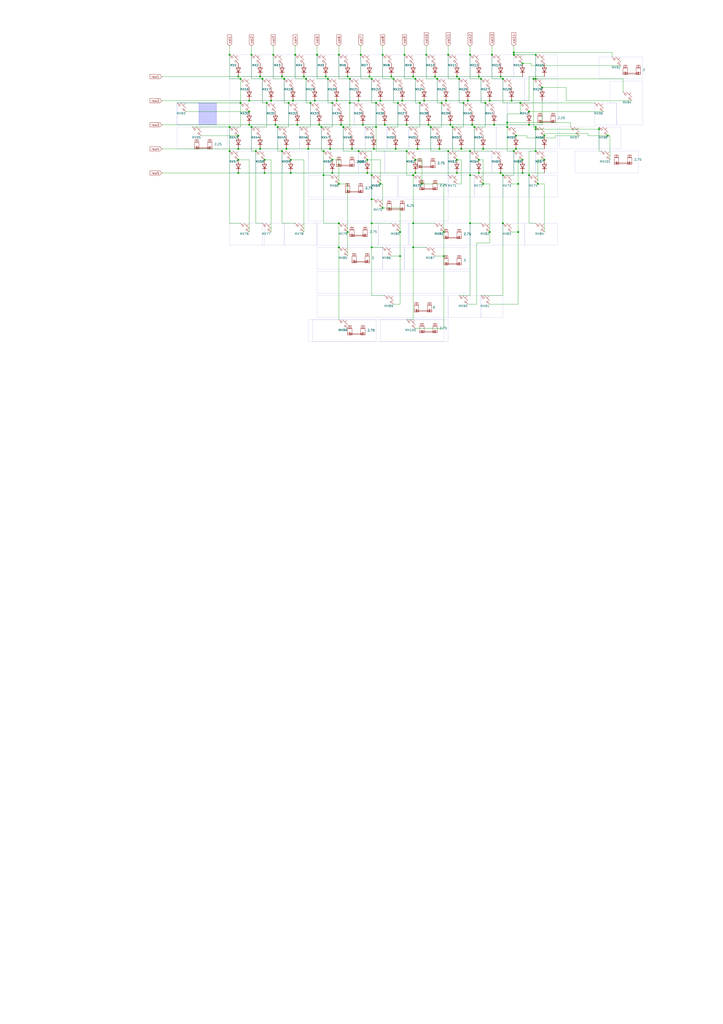
<source format=kicad_sch>
(kicad_sch (version 20250114) (generator "eeschema") (generator_version "9.0")
  (paper "A2" portrait)
  (lib_symbols
    (symbol "Diode:1N4148W" (pin_numbers (hide yes)) (pin_names (hide yes))
      (property "Reference" "D" (at 0 2.54 0))
      (property "Value" "1N4148W" (at 0 -2.54 0))
      (symbol "1N4148W_1_1"
        (pin passive line (at -3.81 0 0) (length 2.54) (name "K") (number "1"))
        (pin passive line (at 3.81 0 180) (length 2.54) (name "A") (number "2"))
      )
    )
    (symbol "marbastlib-mx:MX_SW_HS_KS-2P02B01-01" (pin_numbers (hide yes)) (pin_names (offset 1.016) (hide yes))
      (property "Reference" "MX" (at 3.048 1.016 0))
      (property "Value" "MX_SW_HS" (at 0 -3.81 0))
      (symbol "MX_SW_HS_KS-2P02B01-01_0_1"
        (pin passive line (at -2.54 2.54 0) (length 0) (name "1") (number "1"))
        (pin passive line (at 2.54 -2.54 180) (length 0) (name "2") (number "2"))
      )
    )
    (symbol "marbastlib-mx:MX_stab" (pin_names (offset 1.016))
      (property "Reference" "S" (at -5.08 6.35 0))
      (property "Value" "MX_stab" (at -5.08 3.81 0))
    )
  )
  (rectangle (start 311.15 31.75) (end 323.85 44.45) (stroke (width 0) (type dot)))
  (rectangle (start 133.35 129.54) (end 153.67 142.24) (stroke (width 0) (type dot)))
  (rectangle (start 237.49 129.54) (end 273.05 142.24) (stroke (width 0) (type dot)))
  (rectangle (start 288.29 73.66) (end 311.15 86.36) (stroke (width 0) (type dot)))
  (rectangle (start 179.07 101.6) (end 215.9 114.3) (stroke (width 0) (type dot)))
  (rectangle (start 190.5 45.72) (end 203.2 58.42) (stroke (width 0) (type dot)))
  (rectangle (start 133.35 87.63) (end 148.59 100.33) (stroke (width 0) (type dot)))
  (rectangle (start 180.34 59.69) (end 193.04 72.39) (stroke (width 0) (type dot)))
  (rectangle (start 273.05 129.54) (end 292.1 142.24) (stroke (width 0) (type dot)))
  (rectangle (start 250.19 73.66) (end 262.89 86.36) (stroke (width 0) (type dot)))
  (rectangle (start 285.75 31.75) (end 298.45 44.45) (stroke (width 0) (type dot)))
  (rectangle (start 279.4 45.72) (end 292.1 58.42) (stroke (width 0) (type dot)))
  (rectangle (start 205.74 59.69) (end 218.44 72.39) (stroke (width 0) (type dot)))
  (rectangle (start 269.24 59.69) (end 281.94 72.39) (stroke (width 0) (type dot)))
  (rectangle (start 223.52 87.63) (end 260.35 100.33) (stroke (width 0) (type dot)))
  (rectangle (start 179.07 87.63) (end 208.28 100.33) (stroke (width 0) (type dot)))
  (rectangle (start 260.35 171.45) (end 279.4 184.15) (stroke (width 0) (type dot)))
  (rectangle (start 146.05 31.75) (end 158.75 44.45) (stroke (width 0) (type dot)))
  (rectangle (start 102.87 59.69) (end 125.73 72.39) (stroke (width 0) (type dot)))
  (rectangle (start 184.15 31.75) (end 196.85 44.45) (stroke (width 0) (type dot)))
  (rectangle (start 186.69 73.66) (end 199.39 86.36) (stroke (width 0) (type dot)))
  (rectangle (start 161.29 73.66) (end 173.99 86.36) (stroke (width 0) (type dot)))
  (rectangle (start 334.01 87.63) (end 370.84 100.33) (stroke (width 0) (type dot)))
  (rectangle (start 298.45 31.75) (end 311.15 44.45) (stroke (width 0) (type dot)))
  (rectangle (start 273.05 31.75) (end 285.75 44.45) (stroke (width 0) (type dot)))
  (rectangle (start 218.44 59.69) (end 231.14 72.39) (stroke (width 0) (type dot)))
  (rectangle (start 173.99 73.66) (end 186.69 86.36) (stroke (width 0) (type dot)))
  (rectangle (start 152.4 129.54) (end 165.1 142.24) (stroke (width 0) (type dot)))
  (rectangle (start 158.75 31.75) (end 171.45 44.45) (stroke (width 0) (type dot)))
  (rectangle (start 115.57 59.69) (end 125.73 72.39) (stroke (width 0) (type dot)) (fill (type color) (color 0 3 255 0.21)))
  (rectangle (start 311.15 73.66) (end 323.85 86.36) (stroke (width 0) (type dot)))
  (rectangle (start 347.98 73.66) (end 360.68 86.36) (stroke (width 0) (type dot)))
  (rectangle (start 260.35 87.63) (end 273.05 100.33) (stroke (width 0) (type dot)))
  (rectangle (start 279.4 171.45) (end 292.1 184.15) (stroke (width 0) (type dot)))
  (rectangle (start 148.59 87.63) (end 163.83 100.33) (stroke (width 0) (type dot)))
  (rectangle (start 184.15 129.54) (end 219.71 142.24) (stroke (width 0) (type dot)))
  (rectangle (start 177.8 45.72) (end 190.5 58.42) (stroke (width 0) (type dot)))
  (rectangle (start 254 45.72) (end 266.7 58.42) (stroke (width 0) (type dot)))
  (rectangle (start 234.95 31.75) (end 247.65 44.45) (stroke (width 0) (type dot)))
  (rectangle (start 285.75 87.63) (end 298.45 100.33) (stroke (width 0) (type dot)))
  (rectangle (start 196.85 31.75) (end 209.55 44.45) (stroke (width 0) (type dot)))
  (rectangle (start 222.25 31.75) (end 234.95 44.45) (stroke (width 0) (type dot)))
  (rectangle (start 171.45 31.75) (end 184.15 44.45) (stroke (width 0) (type dot)))
  (rectangle (start 133.35 59.69) (end 154.94 72.39) (stroke (width 0) (type dot)))
  (rectangle (start 179.07 185.42) (end 260.35 198.12) (stroke (width 0) (type dot)))
  (rectangle (start 163.83 87.63) (end 179.07 100.33) (stroke (width 0) (type dot)))
  (rectangle (start 266.7 45.72) (end 279.4 58.42) (stroke (width 0) (type dot)))
  (rectangle (start 165.1 45.72) (end 177.8 58.42) (stroke (width 0) (type dot)))
  (rectangle (start 215.9 101.6) (end 231.14 114.3) (stroke (width 0) (type dot)))
  (rectangle (start 219.71 129.54) (end 237.49 142.24) (stroke (width 0) (type dot)))
  (rectangle (start 199.39 73.66) (end 212.09 86.36) (stroke (width 0) (type dot)))
  (rectangle (start 184.15 143.51) (end 222.25 156.21) (stroke (width 0) (type dot)))
  (rectangle (start 133.35 31.75) (end 146.05 44.45) (stroke (width 0) (type dot)))
  (rectangle (start 102.87 59.69) (end 115.57 72.39) (stroke (width 0) (type dot)))
  (rectangle (start 146.05 73.66) (end 161.29 86.36) (stroke (width 0) (type dot)))
  (rectangle (start 184.15 171.45) (end 260.35 184.15) (stroke (width 0) (type dot)))
  (rectangle (start 260.35 101.6) (end 275.59 114.3) (stroke (width 0) (type dot)))
  (rectangle (start 209.55 31.75) (end 222.25 44.45) (stroke (width 0) (type dot)))
  (rectangle (start 212.09 73.66) (end 224.79 86.36) (stroke (width 0) (type dot)))
  (rectangle (start 133.35 73.66) (end 146.05 86.36) (stroke (width 0) (type dot)))
  (rectangle (start 294.64 59.69) (end 323.85 72.39) (stroke (width 0) (type dot)))
  (rectangle (start 167.64 59.69) (end 180.34 72.39) (stroke (width 0) (type dot)))
  (rectangle (start 152.4 45.72) (end 165.1 58.42) (stroke (width 0) (type dot)))
  (rectangle (start 292.1 129.54) (end 304.8 142.24) (stroke (width 0) (type dot)))
  (rectangle (start 228.6 45.72) (end 241.3 58.42) (stroke (width 0) (type dot)))
  (rectangle (start 347.98 33.02) (end 373.38 45.72) (stroke (width 0) (type dot)))
  (rectangle (start 208.28 87.63) (end 223.52 100.33) (stroke (width 0) (type dot)))
  (rectangle (start 275.59 101.6) (end 292.1 114.3) (stroke (width 0) (type dot)))
  (rectangle (start 231.14 101.6) (end 260.35 114.3) (stroke (width 0) (type dot)))
  (rectangle (start 260.35 31.75) (end 273.05 44.45) (stroke (width 0) (type dot)))
  (rectangle (start 222.25 143.51) (end 234.95 156.21) (stroke (width 0) (type dot)))
  (rectangle (start 256.54 59.69) (end 269.24 72.39) (stroke (width 0) (type dot)))
  (rectangle (start 307.34 101.6) (end 323.85 114.3) (stroke (width 0) (type dot)))
  (rectangle (start 273.05 87.63) (end 285.75 100.33) (stroke (width 0) (type dot)))
  (rectangle (start 220.98 185.42) (end 257.81 198.12) (stroke (width 0) (type dot)))
  (rectangle (start 311.15 87.63) (end 323.85 100.33) (stroke (width 0) (type dot)))
  (rectangle (start 102.87 73.66) (end 132.08 86.36) (stroke (width 0) (type dot)))
  (rectangle (start 203.2 45.72) (end 215.9 58.42) (stroke (width 0) (type dot)))
  (rectangle (start 241.3 45.72) (end 254 58.42) (stroke (width 0) (type dot)))
  (rectangle (start 292.1 45.72) (end 304.8 58.42) (stroke (width 0) (type dot)))
  (rectangle (start 154.94 59.69) (end 167.64 72.39) (stroke (width 0) (type dot)))
  (rectangle (start 215.9 45.72) (end 228.6 58.42) (stroke (width 0) (type dot)))
  (rectangle (start 281.94 59.69) (end 294.64 72.39) (stroke (width 0) (type dot)))
  (rectangle (start 181.61 185.42) (end 218.44 198.12) (stroke (width 0) (type dot)))
  (rectangle (start 262.89 73.66) (end 275.59 86.36) (stroke (width 0) (type dot)))
  (rectangle (start 298.45 87.63) (end 311.15 100.33) (stroke (width 0) (type dot)))
  (rectangle (start 345.44 59.69) (end 358.14 72.39) (stroke (width 0) (type dot)))
  (rectangle (start 243.84 59.69) (end 256.54 72.39) (stroke (width 0) (type dot)))
  (rectangle (start 292.1 101.6) (end 307.34 114.3) (stroke (width 0) (type dot)))
  (rectangle (start 179.07 115.57) (end 260.35 128.27) (stroke (width 0) (type dot)))
  (rectangle (start 304.8 45.72) (end 323.85 58.42) (stroke (width 0) (type dot)))
  (rectangle (start 184.15 157.48) (end 273.05 170.18) (stroke (width 0) (type dot)))
  (rectangle (start 247.65 31.75) (end 260.35 44.45) (stroke (width 0) (type dot)))
  (rectangle (start 325.12 73.66) (end 347.98 86.36) (stroke (width 0) (type dot)))
  (rectangle (start 224.79 73.66) (end 237.49 86.36) (stroke (width 0) (type dot)))
  (rectangle (start 304.8 129.54) (end 323.85 142.24) (stroke (width 0) (type dot)))
  (rectangle (start 133.35 45.72) (end 152.4 58.42) (stroke (width 0) (type dot)))
  (rectangle (start 237.49 73.66) (end 250.19 86.36) (stroke (width 0) (type dot)))
  (rectangle (start 275.59 73.66) (end 288.29 86.36) (stroke (width 0) (type dot)))
  (rectangle (start 231.14 59.69) (end 243.84 72.39) (stroke (width 0) (type dot)))
  (rectangle (start 165.1 129.54) (end 184.15 142.24) (stroke (width 0) (type dot)))
  (rectangle (start 193.04 59.69) (end 205.74 72.39) (stroke (width 0) (type dot)))
  (rectangle (start 234.95 143.51) (end 273.05 156.21) (stroke (width 0) (type dot)))
  (junction (at 307.34 64.77))
  (junction (at 195.58 58.42))
  (junction (at 193.04 59.69))
  (junction (at 243.84 59.69))
  (junction (at 218.44 73.66))
  (junction (at 297.18 58.42))
  (junction (at 223.52 72.39))
  (junction (at 252.73 44.45))
  (junction (at 166.37 86.36))
  (junction (at 309.88 45.72))
  (junction (at 139.7 59.69))
  (junction (at 240.03 129.54))
  (junction (at 213.36 100.33))
  (junction (at 242.57 86.36))
  (junction (at 179.07 86.36))
  (junction (at 227.33 44.45))
  (junction (at 215.9 143.51))
  (junction (at 187.96 101.6))
  (junction (at 165.1 45.72))
  (junction (at 161.29 73.66))
  (junction (at 153.67 100.33))
  (junction (at 139.7 45.72))
  (junction (at 144.78 64.77))
  (junction (at 280.67 106.68))
  (junction (at 287.02 72.39))
  (junction (at 133.35 73.66))
  (junction (at 184.15 31.75))
  (junction (at 311.15 31.75))
  (junction (at 196.85 106.68))
  (junction (at 256.54 59.69))
  (junction (at 146.05 73.66))
  (junction (at 215.9 129.54))
  (junction (at 213.36 92.71))
  (junction (at 158.75 31.75))
  (junction (at 208.28 87.63))
  (junction (at 316.23 78.74))
  (junction (at 284.48 134.62))
  (junction (at 303.53 100.33))
  (junction (at 163.83 44.45))
  (junction (at 302.26 59.69))
  (junction (at 193.04 92.71))
  (junction (at 278.13 44.45))
  (junction (at 151.13 44.45))
  (junction (at 144.78 58.42))
  (junction (at 307.34 101.6))
  (junction (at 133.35 31.75))
  (junction (at 257.81 134.62))
  (junction (at 203.2 59.69))
  (junction (at 148.59 87.63))
  (junction (at 266.7 45.72))
  (junction (at 311.15 45.72))
  (junction (at 292.1 129.54))
  (junction (at 311.15 87.63))
  (junction (at 278.13 100.33))
  (junction (at 294.64 71.12))
  (junction (at 201.93 134.62))
  (junction (at 298.45 30.48))
  (junction (at 222.25 31.75))
  (junction (at 265.43 44.45))
  (junction (at 298.45 87.63))
  (junction (at 232.41 148.59))
  (junction (at 314.96 50.8))
  (junction (at 234.95 31.75))
  (junction (at 144.78 72.39))
  (junction (at 215.9 115.57))
  (junction (at 312.42 106.68))
  (junction (at 138.43 92.71))
  (junction (at 303.53 36.83))
  (junction (at 311.15 74.93))
  (junction (at 198.12 72.39))
  (junction (at 231.14 59.69))
  (junction (at 271.78 58.42))
  (junction (at 303.53 92.71))
  (junction (at 220.98 58.42))
  (junction (at 257.81 148.59))
  (junction (at 281.94 59.69))
  (junction (at 170.18 58.42))
  (junction (at 292.1 101.6))
  (junction (at 347.98 74.93))
  (junction (at 292.1 45.72))
  (junction (at 265.43 92.71))
  (junction (at 217.17 86.36))
  (junction (at 236.22 72.39))
  (junction (at 260.35 87.63))
  (junction (at 185.42 72.39))
  (junction (at 168.91 100.33))
  (junction (at 153.67 92.71))
  (junction (at 273.05 31.75))
  (junction (at 220.98 106.68))
  (junction (at 209.55 31.75))
  (junction (at 193.04 100.33))
  (junction (at 199.39 73.66))
  (junction (at 172.72 72.39))
  (junction (at 269.24 59.69))
  (junction (at 196.85 129.54))
  (junction (at 167.64 59.69))
  (junction (at 152.4 45.72))
  (junction (at 215.9 101.6))
  (junction (at 146.05 31.75))
  (junction (at 260.35 31.75))
  (junction (at 203.2 45.72))
  (junction (at 241.3 100.33))
  (junction (at 191.77 86.36))
  (junction (at 189.23 44.45))
  (junction (at 259.08 58.42))
  (junction (at 240.03 44.45))
  (junction (at 273.05 129.54))
  (junction (at 138.43 44.45))
  (junction (at 133.35 87.63))
  (junction (at 246.38 58.42))
  (junction (at 240.03 101.6))
  (junction (at 265.43 100.33))
  (junction (at 151.13 86.36))
  (junction (at 215.9 45.72))
  (junction (at 214.63 44.45))
  (junction (at 176.53 44.45))
  (junction (at 262.89 73.66))
  (junction (at 163.83 87.63))
  (junction (at 232.41 134.62))
  (junction (at 307.34 72.39))
  (junction (at 316.23 92.71))
  (junction (at 273.05 87.63))
  (junction (at 208.28 58.42))
  (junction (at 157.48 58.42))
  (junction (at 353.06 78.74))
  (junction (at 300.99 134.62))
  (junction (at 182.88 58.42))
  (junction (at 190.5 45.72))
  (junction (at 138.43 78.74))
  (junction (at 294.64 73.66))
  (junction (at 299.72 86.36))
  (junction (at 186.69 73.66))
  (junction (at 278.13 92.71))
  (junction (at 138.43 100.33))
  (junction (at 222.25 120.65))
  (junction (at 201.93 44.45))
  (junction (at 290.83 100.33))
  (junction (at 187.96 87.63))
  (junction (at 160.02 72.39))
  (junction (at 280.67 86.36))
  (junction (at 233.68 58.42))
  (junction (at 247.65 31.75))
  (junction (at 241.3 45.72))
  (junction (at 274.32 72.39))
  (junction (at 177.8 45.72))
  (junction (at 299.72 78.74))
  (junction (at 218.44 59.69))
  (junction (at 171.45 31.75))
  (junction (at 240.03 143.51))
  (junction (at 279.4 45.72))
  (junction (at 254 45.72))
  (junction (at 196.85 31.75))
  (junction (at 284.48 58.42))
  (junction (at 245.11 106.68))
  (junction (at 138.43 86.36))
  (junction (at 248.92 72.39))
  (junction (at 241.3 92.71))
  (junction (at 196.85 143.51))
  (junction (at 285.75 31.75))
  (junction (at 298.45 31.75))
  (junction (at 229.87 86.36))
  (junction (at 210.82 72.39))
  (junction (at 228.6 45.72))
  (junction (at 250.19 73.66))
  (junction (at 275.59 73.66))
  (junction (at 255.27 86.36))
  (junction (at 154.94 59.69))
  (junction (at 204.47 86.36))
  (junction (at 267.97 86.36))
  (junction (at 300.99 106.68))
  (junction (at 236.22 87.63))
  (junction (at 311.15 73.66))
  (junction (at 261.62 72.39))
  (junction (at 273.05 101.6))
  (junction (at 168.91 92.71))
  (junction (at 180.34 59.69))
  (junction (at 290.83 44.45))
  (wire (pts (xy 232.41 134.62) (xy 232.41 148.59)))
  (wire (pts (xy 146.05 87.63) (xy 148.59 87.63)))
  (wire (pts (xy 158.75 31.75) (xy 158.75 45.72)))
  (wire (pts (xy 298.45 30.48) (xy 355.6 30.48)))
  (polyline (pts (xy 358.14 72.39) (xy 358.14 59.69)) (stroke (width 0) (type dot)))
  (wire (pts (xy 170.18 58.42) (xy 182.88 58.42)))
  (wire (pts (xy 222.25 120.65) (xy 232.41 120.65)))
  (wire (pts (xy 284.48 58.42) (xy 297.18 58.42)))
  (wire (pts (xy 163.83 129.54) (xy 171.45 129.54)))
  (wire (pts (xy 184.15 31.75) (xy 184.15 45.72)))
  (wire (pts (xy 260.35 87.63) (xy 260.35 101.6)))
  (wire (pts (xy 280.67 92.71) (xy 280.67 106.68)))
  (wire (pts (xy 273.05 31.75) (xy 273.05 45.72)))
  (wire (pts (xy 139.7 45.72) (xy 139.7 59.69)))
  (wire (pts (xy 298.45 31.75) (xy 311.15 31.75)))
  (wire (pts (xy 227.33 129.54) (xy 215.9 129.54)))
  (wire (pts (xy 273.05 26.67) (xy 273.05 31.75)))
  (wire (pts (xy 250.19 73.66) (xy 250.19 87.63)))
  (wire (pts (xy 201.93 106.68) (xy 201.93 134.62)))
  (wire (pts (xy 246.38 58.42) (xy 259.08 58.42)))
  (wire (pts (xy 172.72 72.39) (xy 185.42 72.39)))
  (wire (pts (xy 241.3 100.33) (xy 265.43 100.33)))
  (wire (pts (xy 201.93 44.45) (xy 214.63 44.45)))
  (wire (pts (xy 284.48 106.68) (xy 280.67 106.68)))
  (wire (pts (xy 222.25 31.75) (xy 222.25 45.72)))
  (wire (pts (xy 271.78 176.53) (xy 276.86 176.53)))
  (wire (pts (xy 314.96 72.39) (xy 314.96 58.42)))
  (wire (pts (xy 154.94 59.69) (xy 154.94 73.66)))
  (wire (pts (xy 311.15 31.75) (xy 311.15 45.72)))
  (wire (pts (xy 257.81 106.68) (xy 257.81 134.62)))
  (wire (pts (xy 163.83 44.45) (xy 176.53 44.45)))
  (wire (pts (xy 171.45 45.72) (xy 177.8 45.72)))
  (wire (pts (xy 215.9 129.54) (xy 215.9 143.51)))
  (wire (pts (xy 241.3 92.71) (xy 245.11 92.71)))
  (wire (pts (xy 303.53 100.33) (xy 316.23 100.33)))
  (wire (pts (xy 233.68 58.42) (xy 246.38 58.42)))
  (wire (pts (xy 367.03 58.42) (xy 328.93 58.42)))
  (wire (pts (xy 116.84 78.74) (xy 138.43 78.74)))
  (wire (pts (xy 229.87 86.36) (xy 242.57 86.36)))
  (wire (pts (xy 353.06 78.74) (xy 354.33 78.74)))
  (wire (pts (xy 146.05 45.72) (xy 152.4 45.72)))
  (wire (pts (xy 180.34 59.69) (xy 180.34 73.66)))
  (wire (pts (xy 215.9 115.57) (xy 215.9 129.54)))
  (wire (pts (xy 298.45 101.6) (xy 292.1 101.6)))
  (wire (pts (xy 148.59 129.54) (xy 152.4 129.54)))
  (wire (pts (xy 215.9 143.51) (xy 222.25 143.51)))
  (wire (pts (xy 222.25 106.68) (xy 220.98 106.68)))
  (wire (pts (xy 311.15 45.72) (xy 361.95 45.72)))
  (wire (pts (xy 290.83 100.33) (xy 303.53 100.33)))
  (wire (pts (xy 228.6 45.72) (xy 228.6 59.69)))
  (wire (pts (xy 231.14 59.69) (xy 231.14 73.66)))
  (wire (pts (xy 133.35 26.67) (xy 133.35 31.75)))
  (wire (pts (xy 273.05 45.72) (xy 279.4 45.72)))
  (wire (pts (xy 168.91 100.33) (xy 193.04 100.33)))
  (wire (pts (xy 269.24 73.66) (xy 262.89 73.66)))
  (wire (pts (xy 222.25 45.72) (xy 228.6 45.72)))
  (wire (pts (xy 285.75 31.75) (xy 285.75 45.72)))
  (wire (pts (xy 201.93 134.62) (xy 201.93 148.59)))
  (wire (pts (xy 144.78 92.71) (xy 138.43 92.71)))
  (wire (pts (xy 307.34 58.42) (xy 307.34 44.45)))
  (wire (pts (xy 193.04 100.33) (xy 213.36 100.33)))
  (wire (pts (xy 187.96 101.6) (xy 187.96 129.54)))
  (wire (pts (xy 300.99 106.68) (xy 300.99 134.62)))
  (wire (pts (xy 240.03 143.51) (xy 240.03 185.42)))
  (wire (pts (xy 191.77 86.36) (xy 204.47 86.36)))
  (wire (pts (xy 199.39 73.66) (xy 199.39 87.63)))
  (wire (pts (xy 261.62 72.39) (xy 274.32 72.39)))
  (wire (pts (xy 234.95 26.67) (xy 234.95 31.75)))
  (wire (pts (xy 241.3 190.5) (xy 257.81 190.5)))
  (wire (pts (xy 209.55 31.75) (xy 209.55 45.72)))
  (wire (pts (xy 307.34 44.45) (xy 316.23 44.45)))
  (wire (pts (xy 278.13 44.45) (xy 290.83 44.45)))
  (wire (pts (xy 331.47 71.12) (xy 294.64 71.12)))
  (wire (pts (xy 168.91 92.71) (xy 176.53 92.71)))
  (wire (pts (xy 265.43 100.33) (xy 278.13 100.33)))
  (wire (pts (xy 218.44 87.63) (xy 236.22 87.63)))
  (wire (pts (xy 307.34 72.39) (xy 314.96 72.39)))
  (wire (pts (xy 138.43 100.33) (xy 153.67 100.33)))
  (wire (pts (xy 243.84 59.69) (xy 243.84 73.66)))
  (wire (pts (xy 331.47 73.66) (xy 331.47 71.12)))
  (wire (pts (xy 232.41 120.65) (xy 232.41 134.62)))
  (wire (pts (xy 93.98 72.39) (xy 144.78 72.39)))
  (wire (pts (xy 247.65 31.75) (xy 247.65 45.72)))
  (wire (pts (xy 133.35 73.66) (xy 133.35 87.63)))
  (wire (pts (xy 199.39 87.63) (xy 208.28 87.63)))
  (wire (pts (xy 218.44 73.66) (xy 218.44 87.63)))
  (wire (pts (xy 307.34 64.77) (xy 350.52 64.77)))
  (wire (pts (xy 260.35 45.72) (xy 266.7 45.72)))
  (wire (pts (xy 240.03 185.42) (xy 236.22 185.42)))
  (wire (pts (xy 158.75 26.67) (xy 158.75 31.75)))
  (wire (pts (xy 203.2 45.72) (xy 203.2 59.69)))
  (wire (pts (xy 236.22 72.39) (xy 248.92 72.39)))
  (wire (pts (xy 241.3 45.72) (xy 241.3 59.69)))
  (wire (pts (xy 247.65 45.72) (xy 254 45.72)))
  (wire (pts (xy 279.4 59.69) (xy 281.94 59.69)))
  (wire (pts (xy 196.85 106.68) (xy 201.93 106.68)))
  (wire (pts (xy 279.4 45.72) (xy 279.4 59.69)))
  (wire (pts (xy 133.35 45.72) (xy 139.7 45.72)))
  (wire (pts (xy 267.97 106.68) (xy 265.43 106.68)))
  (wire (pts (xy 203.2 59.69) (xy 205.74 59.69)))
  (wire (pts (xy 176.53 44.45) (xy 189.23 44.45)))
  (wire (pts (xy 347.98 74.93) (xy 311.15 74.93)))
  (wire (pts (xy 322.58 78.74) (xy 322.58 80.01)))
  (wire (pts (xy 167.64 73.66) (xy 161.29 73.66)))
  (wire (pts (xy 245.11 92.71) (xy 245.11 106.68)))
  (wire (pts (xy 294.64 87.63) (xy 298.45 87.63)))
  (wire (pts (xy 265.43 44.45) (xy 278.13 44.45)))
  (wire (pts (xy 213.36 100.33) (xy 241.3 100.33)))
  (wire (pts (xy 248.92 72.39) (xy 261.62 72.39)))
  (wire (pts (xy 341.63 78.74) (xy 353.06 78.74)))
  (wire (pts (xy 267.97 92.71) (xy 267.97 106.68)))
  (wire (pts (xy 347.98 87.63) (xy 349.25 87.63)))
  (wire (pts (xy 218.44 73.66) (xy 212.09 73.66)))
  (wire (pts (xy 157.48 58.42) (xy 170.18 58.42)))
  (wire (pts (xy 292.1 45.72) (xy 292.1 59.69)))
  (wire (pts (xy 93.98 100.33) (xy 138.43 100.33)))
  (wire (pts (xy 163.83 87.63) (xy 163.83 129.54)))
  (wire (pts (xy 297.18 134.62) (xy 300.99 134.62)))
  (polyline (pts (xy 373.38 72.39) (xy 358.14 72.39)) (stroke (width 0) (type dot)))
  (wire (pts (xy 139.7 73.66) (xy 133.35 73.66)))
  (wire (pts (xy 300.99 134.62) (xy 300.99 176.53)))
  (wire (pts (xy 222.25 26.67) (xy 222.25 31.75)))
  (wire (pts (xy 152.4 45.72) (xy 152.4 59.69)))
  (wire (pts (xy 203.2 59.69) (xy 203.2 73.66)))
  (wire (pts (xy 257.81 134.62) (xy 257.81 148.59)))
  (wire (pts (xy 146.05 31.75) (xy 146.05 45.72)))
  (wire (pts (xy 247.65 143.51) (xy 240.03 143.51)))
  (wire (pts (xy 215.9 101.6) (xy 215.9 115.57)))
  (wire (pts (xy 278.13 92.71) (xy 280.67 92.71)))
  (wire (pts (xy 215.9 59.69) (xy 218.44 59.69)))
  (wire (pts (xy 209.55 26.67) (xy 209.55 31.75)))
  (wire (pts (xy 165.1 45.72) (xy 165.1 59.69)))
  (wire (pts (xy 111.76 73.66) (xy 133.35 73.66)))
  (wire (pts (xy 227.33 44.45) (xy 240.03 44.45)))
  (wire (pts (xy 148.59 129.54) (xy 148.59 87.63)))
  (wire (pts (xy 185.42 72.39) (xy 198.12 72.39)))
  (wire (pts (xy 281.94 59.69) (xy 281.94 73.66)))
  (wire (pts (xy 223.52 171.45) (xy 215.9 171.45)))
  (wire (pts (xy 273.05 129.54) (xy 273.05 101.6)))
  (wire (pts (xy 180.34 73.66) (xy 173.99 73.66)))
  (wire (pts (xy 250.19 87.63) (xy 260.35 87.63)))
  (wire (pts (xy 228.6 176.53) (xy 232.41 176.53)))
  (wire (pts (xy 260.35 26.67) (xy 260.35 31.75)))
  (wire (pts (xy 232.41 148.59) (xy 232.41 176.53)))
  (wire (pts (xy 222.25 120.65) (xy 222.25 106.68)))
  (wire (pts (xy 309.88 45.72) (xy 309.88 73.66)))
  (wire (pts (xy 328.93 50.8) (xy 314.96 50.8)))
  (wire (pts (xy 257.81 148.59) (xy 252.73 148.59)))
  (wire (pts (xy 152.4 59.69) (xy 154.94 59.69)))
  (wire (pts (xy 307.34 87.63) (xy 307.34 101.6)))
  (wire (pts (xy 302.26 66.04) (xy 294.64 66.04)))
  (wire (pts (xy 153.67 92.71) (xy 157.48 92.71)))
  (wire (pts (xy 193.04 92.71) (xy 196.85 92.71)))
  (wire (pts (xy 316.23 77.47) (xy 341.63 77.47)))
  (wire (pts (xy 308.61 38.1) (xy 360.68 38.1)))
  (wire (pts (xy 298.45 87.63) (xy 298.45 101.6)))
  (wire (pts (xy 240.03 129.54) (xy 252.73 129.54)))
  (wire (pts (xy 292.1 171.45) (xy 279.4 171.45)))
  (wire (pts (xy 354.33 78.74) (xy 354.33 92.71)))
  (wire (pts (xy 285.75 26.67) (xy 285.75 31.75)))
  (wire (pts (xy 231.14 73.66) (xy 224.79 73.66)))
  (wire (pts (xy 292.1 59.69) (xy 302.26 59.69)))
  (wire (pts (xy 309.88 45.72) (xy 311.15 45.72)))
  (wire (pts (xy 275.59 73.66) (xy 275.59 87.63)))
  (wire (pts (xy 153.67 100.33) (xy 168.91 100.33)))
  (wire (pts (xy 266.7 45.72) (xy 266.7 59.69)))
  (wire (pts (xy 138.43 86.36) (xy 151.13 86.36)))
  (wire (pts (xy 182.88 58.42) (xy 195.58 58.42)))
  (wire (pts (xy 193.04 73.66) (xy 186.69 73.66)))
  (wire (pts (xy 215.9 87.63) (xy 208.28 87.63)))
  (wire (pts (xy 302.26 59.69) (xy 302.26 66.04)))
  (wire (pts (xy 208.28 58.42) (xy 220.98 58.42)))
  (wire (pts (xy 187.96 129.54) (xy 196.85 129.54)))
  (wire (pts (xy 158.75 45.72) (xy 165.1 45.72)))
  (wire (pts (xy 154.94 73.66) (xy 146.05 73.66)))
  (wire (pts (xy 267.97 86.36) (xy 280.67 86.36)))
  (wire (pts (xy 215.9 143.51) (xy 215.9 171.45)))
  (wire (pts (xy 240.03 129.54) (xy 240.03 143.51)))
  (wire (pts (xy 171.45 31.75) (xy 171.45 45.72)))
  (wire (pts (xy 215.9 45.72) (xy 215.9 59.69)))
  (wire (pts (xy 186.69 73.66) (xy 186.69 87.63)))
  (wire (pts (xy 247.65 26.67) (xy 247.65 31.75)))
  (wire (pts (xy 266.7 59.69) (xy 269.24 59.69)))
  (wire (pts (xy 243.84 73.66) (xy 237.49 73.66)))
  (wire (pts (xy 93.98 86.36) (xy 138.43 86.36)))
  (wire (pts (xy 138.43 44.45) (xy 151.13 44.45)))
  (wire (pts (xy 210.82 72.39) (xy 223.52 72.39)))
  (wire (pts (xy 198.12 72.39) (xy 210.82 72.39)))
  (wire (pts (xy 196.85 92.71) (xy 196.85 106.68)))
  (wire (pts (xy 93.98 58.42) (xy 144.78 58.42)))
  (wire (pts (xy 220.98 106.68) (xy 220.98 92.71)))
  (polyline (pts (xy 358.14 59.69) (xy 354.33 59.69)) (stroke (width 0) (type dot)))
  (wire (pts (xy 220.98 58.42) (xy 233.68 58.42)))
  (wire (pts (xy 144.78 134.62) (xy 144.78 92.71)))
  (wire (pts (xy 240.03 44.45) (xy 252.73 44.45)))
  (wire (pts (xy 151.13 86.36) (xy 166.37 86.36)))
  (polyline (pts (xy 373.38 46.99) (xy 373.38 59.69)) (stroke (width 0) (type dot)))
  (polyline (pts (xy 373.38 59.69) (xy 373.38 72.39)) (stroke (width 0) (type dot)))
  (wire (pts (xy 361.95 45.72) (xy 361.95 53.34)))
  (wire (pts (xy 161.29 73.66) (xy 161.29 87.63)))
  (wire (pts (xy 157.48 92.71) (xy 157.48 134.62)))
  (wire (pts (xy 193.04 59.69) (xy 193.04 73.66)))
  (wire (pts (xy 280.67 86.36) (xy 299.72 86.36)))
  (wire (pts (xy 287.02 72.39) (xy 307.34 72.39)))
  (wire (pts (xy 273.05 87.63) (xy 273.05 101.6)))
  (wire (pts (xy 336.55 78.74) (xy 322.58 78.74)))
  (wire (pts (xy 220.98 92.71) (xy 213.36 92.71)))
  (wire (pts (xy 279.4 129.54) (xy 273.05 129.54)))
  (wire (pts (xy 215.9 101.6) (xy 215.9 87.63)))
  (wire (pts (xy 262.89 73.66) (xy 262.89 87.63)))
  (wire (pts (xy 165.1 59.69) (xy 167.64 59.69)))
  (wire (pts (xy 311.15 74.93) (xy 311.15 73.66)))
  (wire (pts (xy 189.23 44.45) (xy 201.93 44.45)))
  (wire (pts (xy 236.22 87.63) (xy 236.22 101.6)))
  (wire (pts (xy 242.57 86.36) (xy 255.27 86.36)))
  (wire (pts (xy 179.07 86.36) (xy 191.77 86.36)))
  (wire (pts (xy 254 59.69) (xy 256.54 59.69)))
  (wire (pts (xy 303.53 36.83) (xy 308.61 36.83)))
  (wire (pts (xy 241.3 59.69) (xy 243.84 59.69)))
  (wire (pts (xy 245.11 106.68) (xy 257.81 106.68)))
  (wire (pts (xy 281.94 73.66) (xy 275.59 73.66)))
  (wire (pts (xy 273.05 129.54) (xy 273.05 171.45)))
  (wire (pts (xy 146.05 26.67) (xy 146.05 31.75)))
  (wire (pts (xy 184.15 26.67) (xy 184.15 31.75)))
  (wire (pts (xy 311.15 74.93) (xy 311.15 87.63)))
  (wire (pts (xy 309.88 73.66) (xy 311.15 73.66)))
  (wire (pts (xy 160.02 72.39) (xy 172.72 72.39)))
  (wire (pts (xy 161.29 87.63) (xy 163.83 87.63)))
  (wire (pts (xy 171.45 26.67) (xy 171.45 31.75)))
  (wire (pts (xy 255.27 86.36) (xy 267.97 86.36)))
  (wire (pts (xy 298.45 30.48) (xy 298.45 31.75)))
  (wire (pts (xy 271.78 58.42) (xy 284.48 58.42)))
  (polyline (pts (xy 354.33 46.99) (xy 373.38 46.99)) (stroke (width 0) (type dot)))
  (wire (pts (xy 265.43 92.71) (xy 267.97 92.71)))
  (wire (pts (xy 176.53 92.71) (xy 176.53 134.62)))
  (wire (pts (xy 209.55 45.72) (xy 215.9 45.72)))
  (wire (pts (xy 102.87 59.69) (xy 139.7 59.69)))
  (wire (pts (xy 355.6 30.48) (xy 355.6 33.02)))
  (wire (pts (xy 204.47 86.36) (xy 217.17 86.36)))
  (wire (pts (xy 307.34 129.54) (xy 307.34 101.6)))
  (wire (pts (xy 93.98 44.45) (xy 138.43 44.45)))
  (wire (pts (xy 311.15 129.54) (xy 307.34 129.54)))
  (wire (pts (xy 316.23 92.71) (xy 312.42 92.71)))
  (wire (pts (xy 274.32 72.39) (xy 287.02 72.39)))
  (wire (pts (xy 217.17 115.57) (xy 215.9 115.57)))
  (wire (pts (xy 240.03 101.6) (xy 236.22 101.6)))
  (wire (pts (xy 196.85 31.75) (xy 196.85 45.72)))
  (wire (pts (xy 284.48 140.97) (xy 284.48 134.62)))
  (wire (pts (xy 290.83 44.45) (xy 303.53 44.45)))
  (wire (pts (xy 252.73 44.45) (xy 265.43 44.45)))
  (wire (pts (xy 303.53 92.71) (xy 300.99 92.71)))
  (wire (pts (xy 139.7 59.69) (xy 139.7 73.66)))
  (wire (pts (xy 146.05 73.66) (xy 146.05 87.63)))
  (wire (pts (xy 184.15 45.72) (xy 190.5 45.72)))
  (wire (pts (xy 262.89 87.63) (xy 273.05 87.63)))
  (wire (pts (xy 228.6 59.69) (xy 231.14 59.69)))
  (wire (pts (xy 299.72 86.36) (xy 316.23 86.36)))
  (wire (pts (xy 308.61 36.83) (xy 308.61 38.1)))
  (wire (pts (xy 294.64 71.12) (xy 294.64 73.66)))
  (wire (pts (xy 275.59 87.63) (xy 285.75 87.63)))
  (wire (pts (xy 294.64 73.66) (xy 294.64 87.63)))
  (polyline (pts (xy 354.33 59.69) (xy 354.33 46.99)) (stroke (width 0) (type dot)))
  (wire (pts (xy 269.24 59.69) (xy 269.24 73.66)))
  (wire (pts (xy 297.18 58.42) (xy 307.34 58.42)))
  (wire (pts (xy 133.35 31.75) (xy 133.35 45.72)))
  (wire (pts (xy 284.48 176.53) (xy 300.99 176.53)))
  (wire (pts (xy 203.2 73.66) (xy 199.39 73.66)))
  (wire (pts (xy 300.99 92.71) (xy 300.99 106.68)))
  (wire (pts (xy 144.78 72.39) (xy 160.02 72.39)))
  (wire (pts (xy 187.96 101.6) (xy 191.77 101.6)))
  (wire (pts (xy 195.58 58.42) (xy 208.28 58.42)))
  (wire (pts (xy 223.52 72.39) (xy 236.22 72.39)))
  (wire (pts (xy 234.95 31.75) (xy 234.95 45.72)))
  (wire (pts (xy 167.64 59.69) (xy 167.64 73.66)))
  (wire (pts (xy 278.13 100.33) (xy 290.83 100.33)))
  (wire (pts (xy 312.42 106.68) (xy 316.23 106.68)))
  (wire (pts (xy 196.85 26.67) (xy 196.85 31.75)))
  (wire (pts (xy 300.99 106.68) (xy 297.18 106.68)))
  (wire (pts (xy 273.05 101.6) (xy 275.59 101.6)))
  (wire (pts (xy 186.69 87.63) (xy 187.96 87.63)))
  (wire (pts (xy 256.54 73.66) (xy 250.19 73.66)))
  (wire (pts (xy 328.93 58.42) (xy 328.93 50.8)))
  (wire (pts (xy 316.23 106.68) (xy 316.23 134.62)))
  (wire (pts (xy 260.35 31.75) (xy 260.35 45.72)))
  (wire (pts (xy 166.37 86.36) (xy 179.07 86.36)))
  (wire (pts (xy 341.63 78.74) (xy 341.63 77.47)))
  (wire (pts (xy 214.63 44.45) (xy 227.33 44.45)))
  (wire (pts (xy 298.45 26.67) (xy 298.45 30.48)))
  (wire (pts (xy 322.58 80.01) (xy 306.07 80.01)))
  (wire (pts (xy 276.86 140.97) (xy 284.48 140.97)))
  (wire (pts (xy 196.85 143.51) (xy 196.85 185.42)))
  (wire (pts (xy 347.98 74.93) (xy 347.98 87.63)))
  (wire (pts (xy 133.35 129.54) (xy 133.35 87.63)))
  (wire (pts (xy 306.07 78.74) (xy 299.72 78.74)))
  (wire (pts (xy 177.8 59.69) (xy 180.34 59.69)))
  (wire (pts (xy 302.26 59.69) (xy 345.44 59.69)))
  (wire (pts (xy 190.5 59.69) (xy 193.04 59.69)))
  (wire (pts (xy 257.81 148.59) (xy 257.81 190.5)))
  (wire (pts (xy 107.95 64.77) (xy 144.78 64.77)))
  (wire (pts (xy 187.96 87.63) (xy 187.96 101.6)))
  (wire (pts (xy 273.05 171.45) (xy 266.7 171.45)))
  (wire (pts (xy 292.1 101.6) (xy 292.1 129.54)))
  (wire (pts (xy 294.64 66.04) (xy 294.64 71.12)))
  (wire (pts (xy 232.41 148.59) (xy 227.33 148.59)))
  (wire (pts (xy 311.15 87.63) (xy 307.34 87.63)))
  (wire (pts (xy 316.23 77.47) (xy 316.23 78.74)))
  (wire (pts (xy 240.03 101.6) (xy 240.03 129.54)))
  (wire (pts (xy 234.95 45.72) (xy 241.3 45.72)))
  (wire (pts (xy 284.48 134.62) (xy 284.48 106.68)))
  (wire (pts (xy 177.8 45.72) (xy 177.8 59.69)))
  (wire (pts (xy 292.1 129.54) (xy 292.1 171.45)))
  (wire (pts (xy 306.07 80.01) (xy 306.07 78.74)))
  (wire (pts (xy 190.5 45.72) (xy 190.5 59.69)))
  (wire (pts (xy 218.44 59.69) (xy 218.44 73.66)))
  (wire (pts (xy 276.86 176.53) (xy 276.86 140.97)))
  (wire (pts (xy 196.85 129.54) (xy 196.85 143.51)))
  (wire (pts (xy 347.98 73.66) (xy 347.98 74.93)))
  (wire (pts (xy 196.85 45.72) (xy 203.2 45.72)))
  (wire (pts (xy 217.17 86.36) (xy 229.87 86.36)))
  (wire (pts (xy 256.54 59.69) (xy 256.54 73.66)))
  (wire (pts (xy 312.42 92.71) (xy 312.42 106.68)))
  (wire (pts (xy 259.08 58.42) (xy 271.78 58.42)))
  (wire (pts (xy 133.35 129.54) (xy 139.7 129.54)))
  (wire (pts (xy 144.78 58.42) (xy 157.48 58.42)))
  (wire (pts (xy 151.13 44.45) (xy 163.83 44.45)))
  (wire (pts (xy 285.75 45.72) (xy 292.1 45.72)))
  (wire (pts (xy 254 45.72) (xy 254 59.69)))
  (global_label "col5" (shape input) (at 184.15 26.67 90) (property "Intersheetrefs" "${INTERSHEET_REFS}" (effects (hide yes))))
  (global_label "col3" (shape input) (at 158.75 26.67 90) (property "Intersheetrefs" "${INTERSHEET_REFS}" (effects (hide yes))))
  (global_label "col10" (shape input) (at 247.65 26.67 90) (property "Intersheetrefs" "${INTERSHEET_REFS}" (effects (hide yes))))
  (global_label "col4" (shape input) (at 171.45 26.67 90) (property "Intersheetrefs" "${INTERSHEET_REFS}" (effects (hide yes))))
  (global_label "col2" (shape input) (at 146.05 26.67 90) (property "Intersheetrefs" "${INTERSHEET_REFS}" (effects (hide yes))))
  (global_label "col8" (shape input) (at 222.25 26.67 90) (property "Intersheetrefs" "${INTERSHEET_REFS}" (effects (hide yes))))
  (global_label "col11" (shape input) (at 260.35 26.67 90) (property "Intersheetrefs" "${INTERSHEET_REFS}" (effects (hide yes))))
  (global_label "col6" (shape input) (at 196.85 26.67 90) (property "Intersheetrefs" "${INTERSHEET_REFS}" (effects (hide yes))))
  (global_label "row5" (shape input) (at 93.98 100.33 180) (property "Intersheetrefs" "${INTERSHEET_REFS}" (effects (hide yes))))
  (global_label "col14" (shape input) (at 298.45 26.67 90) (property "Intersheetrefs" "${INTERSHEET_REFS}" (effects (hide yes))))
  (global_label "row1" (shape input) (at 93.98 44.45 180) (property "Intersheetrefs" "${INTERSHEET_REFS}" (effects (hide yes))))
  (global_label "row4" (shape input) (at 93.98 86.36 180) (property "Intersheetrefs" "${INTERSHEET_REFS}" (effects (hide yes))))
  (global_label "col7" (shape input) (at 209.55 26.67 90) (property "Intersheetrefs" "${INTERSHEET_REFS}" (effects (hide yes))))
  (global_label "row3" (shape input) (at 93.98 72.39 180) (property "Intersheetrefs" "${INTERSHEET_REFS}" (effects (hide yes))))
  (global_label "col9" (shape input) (at 234.95 26.67 90) (property "Intersheetrefs" "${INTERSHEET_REFS}" (effects (hide yes))))
  (global_label "col13" (shape input) (at 285.75 26.67 90) (property "Intersheetrefs" "${INTERSHEET_REFS}" (effects (hide yes))))
  (global_label "row2" (shape input) (at 93.98 58.42 180) (property "Intersheetrefs" "${INTERSHEET_REFS}" (effects (hide yes))))
  (global_label "col12" (shape input) (at 273.05 26.67 90) (property "Intersheetrefs" "${INTERSHEET_REFS}" (effects (hide yes))))
  (global_label "col1" (shape input) (at 133.35 26.67 90) (property "Intersheetrefs" "${INTERSHEET_REFS}" (effects (hide yes))))
  (symbol (lib_id "marbastlib-mx:MX_SW_HS_KS-2P02B01-01") (at 199.39 146.05 0) (unit 1)
    (property "Reference" "MX85" (at 199.136 149.606 0))
    (property "Value" "MX_SW_HS" (effects (hide yes)))
    (property "Footprint" "marbastlib-mx:SW_MX_1u" (effects (hide yes)))
    (property "Description" "Push button switch, normally open, two pins, 45° tilted, Gateron KS-2P02B01-01 for Cherry MX style switches" (effects (hide yes)))
  )
  (symbol (lib_id "Diode:1N4148W") (at 138.43 82.55 90) (unit 1)
    (property "Reference" "D43" (effects (hide yes)))
    (property "Value" "1N4148W" (effects (hide yes)))
    (property "Footprint" "Diode_SMD:D_SOD-123" (effects (hide yes)))
    (property "Datasheet" "https://www.vishay.com/docs/85748/1n4148w.pdf" (effects (hide yes)))
    (property "Description" "75V 0.15A Fast Switching Diode, SOD-123" (effects (hide yes)))
    (property "Sim.Device" "D" (effects (hide yes)))
    (property "Sim.Pins" "1=K 2=A" (effects (hide yes)))
  )
  (symbol (lib_id "marbastlib-mx:MX_SW_HS_KS-2P02B01-01") (at 193.04 48.26 0) (unit 1)
    (property "Reference" "MX20" (at 192.786 51.816 0))
    (property "Value" "MX_SW_HS" (effects (hide yes)))
    (property "Footprint" "marbastlib-mx:SW_MX_1u" (effects (hide yes)))
    (property "Description" "Push button switch, normally open, two pins, 45° tilted, Gateron KS-2P02B01-01 for Cherry MX style switches" (effects (hide yes)))
  )
  (symbol (lib_id "marbastlib-mx:MX_SW_HS_KS-2P02B01-01") (at 142.24 48.26 0) (unit 1)
    (property "Reference" "MX16" (at 141.986 51.816 0))
    (property "Value" "MX_SW_HS" (effects (hide yes)))
    (property "Footprint" "marbastlib-mx:SW_MX_1.5u" (effects (hide yes)))
    (property "Description" "Push button switch, normally open, two pins, 45° tilted, Gateron KS-2P02B01-01 for Cherry MX style switches" (effects (hide yes)))
  )
  (symbol (lib_id "marbastlib-mx:MX_stab") (at 200.66 93.98 0) (unit 1)
    (property "Reference" "S2" (effects (hide yes)))
    (property "Value" "2.25" (at 207.01 93.8529 0) (effects (justify left)))
    (property "Footprint" "marbastlib-mx:STAB_MX_P_2.25u" (effects (hide yes)))
    (property "Description" "Cherry MX-style stabilizer" (effects (hide yes)))
  )
  (symbol (lib_id "Diode:1N4148W") (at 297.18 54.61 90) (unit 1)
    (property "Reference" "D28" (effects (hide yes)))
    (property "Value" "1N4148W" (effects (hide yes)))
    (property "Footprint" "Diode_SMD:D_SOD-123" (effects (hide yes)))
    (property "Datasheet" "https://www.vishay.com/docs/85748/1n4148w.pdf" (effects (hide yes)))
    (property "Description" "75V 0.15A Fast Switching Diode, SOD-123" (effects (hide yes)))
    (property "Sim.Device" "D" (effects (hide yes)))
    (property "Sim.Pins" "1=K 2=A" (effects (hide yes)))
  )
  (symbol (lib_id "marbastlib-mx:MX_SW_HS_KS-2P02B01-01") (at 199.39 132.08 0) (unit 1)
    (property "Reference" "MX79" (at 199.136 135.636 0))
    (property "Value" "MX_SW_HS" (effects (hide yes)))
    (property "Footprint" "marbastlib-mx:SW_MX_1u" (effects (hide yes)))
    (property "Description" "Push button switch, normally open, two pins, 45° tilted, Gateron KS-2P02B01-01 for Cherry MX style switches" (effects (hide yes)))
  )
  (symbol (lib_id "Diode:1N4148W") (at 240.03 40.64 90) (unit 1)
    (property "Reference" "D9" (effects (hide yes)))
    (property "Value" "1N4148W" (effects (hide yes)))
    (property "Footprint" "Diode_SMD:D_SOD-123" (effects (hide yes)))
    (property "Datasheet" "https://www.vishay.com/docs/85748/1n4148w.pdf" (effects (hide yes)))
    (property "Description" "75V 0.15A Fast Switching Diode, SOD-123" (effects (hide yes)))
    (property "Sim.Device" "D" (effects (hide yes)))
    (property "Sim.Pins" "1=K 2=A" (effects (hide yes)))
  )
  (symbol (lib_id "marbastlib-mx:MX_SW_HS_KS-2P02B01-01") (at 312.42 48.26 0) (unit 1)
    (property "Reference" "MX29" (at 312.166 51.816 0))
    (property "Value" "MX_SW_HS" (effects (hide yes)))
    (property "Footprint" "marbastlib-mx:SW_MX_1u" (effects (hide yes)))
    (property "Description" "Push button switch, normally open, two pins, 45° tilted, Gateron KS-2P02B01-01 for Cherry MX style switches" (effects (hide yes)))
  )
  (symbol (lib_id "Diode:1N4148W") (at 299.72 82.55 90) (unit 1)
    (property "Reference" "D55" (effects (hide yes)))
    (property "Value" "1N4148W" (effects (hide yes)))
    (property "Footprint" "Diode_SMD:D_SOD-123" (effects (hide yes)))
    (property "Datasheet" "https://www.vishay.com/docs/85748/1n4148w.pdf" (effects (hide yes)))
    (property "Description" "75V 0.15A Fast Switching Diode, SOD-123" (effects (hide yes)))
    (property "Sim.Device" "D" (effects (hide yes)))
    (property "Sim.Pins" "1=K 2=A" (effects (hide yes)))
  )
  (symbol (lib_id "Diode:1N4148W") (at 214.63 40.64 90) (unit 1)
    (property "Reference" "D7" (effects (hide yes)))
    (property "Value" "1N4148W" (effects (hide yes)))
    (property "Footprint" "Diode_SMD:D_SOD-123" (effects (hide yes)))
    (property "Datasheet" "https://www.vishay.com/docs/85748/1n4148w.pdf" (effects (hide yes)))
    (property "Description" "75V 0.15A Fast Switching Diode, SOD-123" (effects (hide yes)))
    (property "Sim.Device" "D" (effects (hide yes)))
    (property "Sim.Pins" "1=K 2=A" (effects (hide yes)))
  )
  (symbol (lib_id "Diode:1N4148W") (at 316.23 82.55 90) (unit 1)
    (property "Reference" "D56" (effects (hide yes)))
    (property "Value" "1N4148W" (effects (hide yes)))
    (property "Footprint" "Diode_SMD:D_SOD-123" (effects (hide yes)))
    (property "Datasheet" "https://www.vishay.com/docs/85748/1n4148w.pdf" (effects (hide yes)))
    (property "Description" "75V 0.15A Fast Switching Diode, SOD-123" (effects (hide yes)))
    (property "Sim.Device" "D" (effects (hide yes)))
    (property "Sim.Pins" "1=K 2=A" (effects (hide yes)))
  )
  (symbol (lib_id "marbastlib-mx:MX_SW_HS_KS-2P02B01-01") (at 240.03 76.2 0) (unit 1)
    (property "Reference" "MX51" (at 239.776 79.756 0))
    (property "Value" "MX_SW_HS" (effects (hide yes)))
    (property "Footprint" "marbastlib-mx:SW_MX_1u" (effects (hide yes)))
    (property "Description" "Push button switch, normally open, two pins, 45° tilted, Gateron KS-2P02B01-01 for Cherry MX style switches" (effects (hide yes)))
  )
  (symbol (lib_id "marbastlib-mx:MX_SW_HS_KS-2P02B01-01") (at 194.31 104.14 0) (unit 1)
    (property "Reference" "MX68" (at 194.056 107.696 0))
    (property "Value" "MX_SW_HS" (effects (hide yes)))
    (property "Footprint" "marbastlib-mx:SW_MX_1u" (effects (hide yes)))
    (property "Description" "Push button switch, normally open, two pins, 45° tilted, Gateron KS-2P02B01-01 for Cherry MX style switches" (effects (hide yes)))
  )
  (symbol (lib_id "Diode:1N4148W") (at 189.23 40.64 90) (unit 1)
    (property "Reference" "D5" (effects (hide yes)))
    (property "Value" "1N4148W" (effects (hide yes)))
    (property "Footprint" "Diode_SMD:D_SOD-123" (effects (hide yes)))
    (property "Datasheet" "https://www.vishay.com/docs/85748/1n4148w.pdf" (effects (hide yes)))
    (property "Description" "75V 0.15A Fast Switching Diode, SOD-123" (effects (hide yes)))
    (property "Sim.Device" "D" (effects (hide yes)))
    (property "Sim.Pins" "1=K 2=A" (effects (hide yes)))
  )
  (symbol (lib_id "Diode:1N4148W") (at 170.18 54.61 90) (unit 1)
    (property "Reference" "D18" (effects (hide yes)))
    (property "Value" "1N4148W" (effects (hide yes)))
    (property "Footprint" "Diode_SMD:D_SOD-123" (effects (hide yes)))
    (property "Datasheet" "https://www.vishay.com/docs/85748/1n4148w.pdf" (effects (hide yes)))
    (property "Description" "75V 0.15A Fast Switching Diode, SOD-123" (effects (hide yes)))
    (property "Sim.Device" "D" (effects (hide yes)))
    (property "Sim.Pins" "1=K 2=A" (effects (hide yes)))
  )
  (symbol (lib_id "marbastlib-mx:MX_SW_HS_KS-2P02B01-01") (at 275.59 34.29 0) (unit 1)
    (property "Reference" "MX12" (at 275.336 37.846 0))
    (property "Value" "MX_SW_HS" (effects (hide yes)))
    (property "Footprint" "marbastlib-mx:SW_MX_1u" (effects (hide yes)))
    (property "Description" "Push button switch, normally open, two pins, 45° tilted, Gateron KS-2P02B01-01 for Cherry MX style switches" (effects (hide yes)))
  )
  (symbol (lib_id "Diode:1N4148W") (at 198.12 68.58 90) (unit 1)
    (property "Reference" "D34" (effects (hide yes)))
    (property "Value" "1N4148W" (effects (hide yes)))
    (property "Footprint" "Diode_SMD:D_SOD-123" (effects (hide yes)))
    (property "Datasheet" "https://www.vishay.com/docs/85748/1n4148w.pdf" (effects (hide yes)))
    (property "Description" "75V 0.15A Fast Switching Diode, SOD-123" (effects (hide yes)))
    (property "Sim.Device" "D" (effects (hide yes)))
    (property "Sim.Pins" "1=K 2=A" (effects (hide yes)))
  )
  (symbol (lib_id "marbastlib-mx:MX_SW_HS_KS-2P02B01-01") (at 269.24 173.99 0) (unit 1)
    (property "Reference" "MX90" (at 268.986 177.546 0))
    (property "Value" "MX_SW_HS" (effects (hide yes)))
    (property "Footprint" "marbastlib-mx:SW_MX_1.5u" (effects (hide yes)))
    (property "Description" "Push button switch, normally open, two pins, 45° tilted, Gateron KS-2P02B01-01 for Cherry MX style switches" (effects (hide yes)))
  )
  (symbol (lib_id "marbastlib-mx:MX_SW_HS_KS-2P02B01-01") (at 212.09 34.29 0) (unit 1)
    (property "Reference" "MX7" (at 211.836 37.846 0))
    (property "Value" "MX_SW_HS" (effects (hide yes)))
    (property "Footprint" "marbastlib-mx:SW_MX_1u" (effects (hide yes)))
    (property "Description" "Push button switch, normally open, two pins, 45° tilted, Gateron KS-2P02B01-01 for Cherry MX style switches" (effects (hide yes)))
  )
  (symbol (lib_id "marbastlib-mx:MX_SW_HS_KS-2P02B01-01") (at 262.89 90.17 0) (unit 1)
    (property "Reference" "MX63" (at 262.636 93.726 0))
    (property "Value" "MX_SW_HS" (effects (hide yes)))
    (property "Footprint" "marbastlib-mx:SW_MX_1u" (effects (hide yes)))
    (property "Description" "Push button switch, normally open, two pins, 45° tilted, Gateron KS-2P02B01-01 for Cherry MX style switches" (effects (hide yes)))
  )
  (symbol (lib_id "marbastlib-mx:MX_SW_HS_KS-2P02B01-01") (at 173.99 34.29 0) (unit 1)
    (property "Reference" "MX4" (at 173.736 37.846 0))
    (property "Value" "MX_SW_HS" (effects (hide yes)))
    (property "Footprint" "marbastlib-mx:SW_MX_1u" (effects (hide yes)))
    (property "Description" "Push button switch, normally open, two pins, 45° tilted, Gateron KS-2P02B01-01 for Cherry MX style switches" (effects (hide yes)))
  )
  (symbol (lib_id "Diode:1N4148W") (at 307.34 68.58 90) (unit 1)
    (property "Reference" "D42" (effects (hide yes)))
    (property "Value" "1N4148W" (effects (hide yes)))
    (property "Footprint" "Diode_SMD:D_SOD-123" (effects (hide yes)))
    (property "Datasheet" "https://www.vishay.com/docs/85748/1n4148w.pdf" (effects (hide yes)))
    (property "Description" "75V 0.15A Fast Switching Diode, SOD-123" (effects (hide yes)))
    (property "Sim.Device" "D" (effects (hide yes)))
    (property "Sim.Pins" "1=K 2=A" (effects (hide yes)))
  )
  (symbol (lib_id "Diode:1N4148W") (at 229.87 82.55 90) (unit 1)
    (property "Reference" "D50" (effects (hide yes)))
    (property "Value" "1N4148W" (effects (hide yes)))
    (property "Footprint" "Diode_SMD:D_SOD-123" (effects (hide yes)))
    (property "Datasheet" "https://www.vishay.com/docs/85748/1n4148w.pdf" (effects (hide yes)))
    (property "Description" "75V 0.15A Fast Switching Diode, SOD-123" (effects (hide yes)))
    (property "Sim.Device" "D" (effects (hide yes)))
    (property "Sim.Pins" "1=K 2=A" (effects (hide yes)))
  )
  (symbol (lib_id "marbastlib-mx:MX_SW_HS_KS-2P02B01-01") (at 142.24 132.08 0) (unit 1)
    (property "Reference" "MX76" (at 141.986 135.636 0))
    (property "Value" "MX_SW_HS" (effects (hide yes)))
    (property "Footprint" "marbastlib-mx:SW_MX_1.5u" (effects (hide yes)))
    (property "Description" "Push button switch, normally open, two pins, 45° tilted, Gateron KS-2P02B01-01 for Cherry MX style switches" (effects (hide yes)))
  )
  (symbol (lib_id "marbastlib-mx:MX_SW_HS_KS-2P02B01-01") (at 238.76 187.96 0) (unit 1)
    (property "Reference" "MX100" (at 238.506 191.516 0))
    (property "Value" "MX_SW_HS" (effects (hide yes)))
    (property "Footprint" "marbastlib-mx:SW_MX_1u" (effects (hide yes)))
    (property "Description" "Push button switch, normally open, two pins, 45° tilted, Gateron KS-2P02B01-01 for Cherry MX style switches" (effects (hide yes)))
  )
  (symbol (lib_id "marbastlib-mx:MX_SW_HS_KS-2P02B01-01") (at 142.24 62.23 0) (unit 1)
    (property "Reference" "MX30" (at 141.986 65.786 0))
    (property "Value" "MX_SW_HS" (effects (hide yes)))
    (property "Footprint" "marbastlib-mx:SW_MX_1.75u" (effects (hide yes)))
    (property "Description" "Push button switch, normally open, two pins, 45° tilted, Gateron KS-2P02B01-01 for Cherry MX style switches" (effects (hide yes)))
  )
  (symbol (lib_id "marbastlib-mx:MX_SW_HS_KS-2P02B01-01") (at 154.94 132.08 0) (unit 1)
    (property "Reference" "MX77" (at 154.686 135.636 0))
    (property "Value" "MX_SW_HS" (effects (hide yes)))
    (property "Footprint" "marbastlib-mx:SW_MX_1u" (effects (hide yes)))
    (property "Description" "Push button switch, normally open, two pins, 45° tilted, Gateron KS-2P02B01-01 for Cherry MX style switches" (effects (hide yes)))
  )
  (symbol (lib_id "marbastlib-mx:MX_SW_HS_KS-2P02B01-01") (at 227.33 76.2 0) (unit 1)
    (property "Reference" "MX50" (at 227.076 79.756 0))
    (property "Value" "MX_SW_HS" (effects (hide yes)))
    (property "Footprint" "marbastlib-mx:SW_MX_1u" (effects (hide yes)))
    (property "Description" "Push button switch, normally open, two pins, 45° tilted, Gateron KS-2P02B01-01 for Cherry MX style switches" (effects (hide yes)))
  )
  (symbol (lib_id "marbastlib-mx:MX_SW_HS_KS-2P02B01-01") (at 294.64 104.14 0) (unit 1)
    (property "Reference" "MX73" (at 294.386 107.696 0))
    (property "Value" "MX_SW_HS" (effects (hide yes)))
    (property "Footprint" "marbastlib-mx:SW_MX_1.25u" (effects (hide yes)))
    (property "Description" "Push button switch, normally open, two pins, 45° tilted, Gateron KS-2P02B01-01 for Cherry MX style switches" (effects (hide yes)))
  )
  (symbol (lib_id "marbastlib-mx:MX_SW_HS_KS-2P02B01-01") (at 199.39 187.96 0) (unit 1)
    (property "Reference" "MX99" (at 199.136 191.516 0))
    (property "Value" "MX_SW_HS" (effects (hide yes)))
    (property "Footprint" "marbastlib-mx:SW_MX_1u" (effects (hide yes)))
    (property "Description" "Push button switch, normally open, two pins, 45° tilted, Gateron KS-2P02B01-01 for Cherry MX style switches" (effects (hide yes)))
  )
  (symbol (lib_id "marbastlib-mx:MX_SW_HS_KS-2P02B01-01") (at 246.38 62.23 0) (unit 1)
    (property "Reference" "MX38" (at 246.126 65.786 0))
    (property "Value" "MX_SW_HS" (effects (hide yes)))
    (property "Footprint" "marbastlib-mx:SW_MX_1u" (effects (hide yes)))
    (property "Description" "Push button switch, normally open, two pins, 45° tilted, Gateron KS-2P02B01-01 for Cherry MX style switches" (effects (hide yes)))
  )
  (symbol (lib_id "marbastlib-mx:MX_SW_HS_KS-2P02B01-01") (at 157.48 62.23 0) (unit 1)
    (property "Reference" "MX31" (at 157.226 65.786 0))
    (property "Value" "MX_SW_HS" (effects (hide yes)))
    (property "Footprint" "marbastlib-mx:SW_MX_1u" (effects (hide yes)))
    (property "Description" "Push button switch, normally open, two pins, 45° tilted, Gateron KS-2P02B01-01 for Cherry MX style switches" (effects (hide yes)))
  )
  (symbol (lib_id "Diode:1N4148W") (at 284.48 54.61 90) (unit 1)
    (property "Reference" "D27" (effects (hide yes)))
    (property "Value" "1N4148W" (effects (hide yes)))
    (property "Footprint" "Diode_SMD:D_SOD-123" (effects (hide yes)))
    (property "Datasheet" "https://www.vishay.com/docs/85748/1n4148w.pdf" (effects (hide yes)))
    (property "Description" "75V 0.15A Fast Switching Diode, SOD-123" (effects (hide yes)))
    (property "Sim.Device" "D" (effects (hide yes)))
    (property "Sim.Pins" "1=K 2=A" (effects (hide yes)))
  )
  (symbol (lib_id "Diode:1N4148W") (at 265.43 40.64 90) (unit 1)
    (property "Reference" "D11" (effects (hide yes)))
    (property "Value" "1N4148W" (effects (hide yes)))
    (property "Footprint" "Diode_SMD:D_SOD-123" (effects (hide yes)))
    (property "Datasheet" "https://www.vishay.com/docs/85748/1n4148w.pdf" (effects (hide yes)))
    (property "Description" "75V 0.15A Fast Switching Diode, SOD-123" (effects (hide yes)))
    (property "Sim.Device" "D" (effects (hide yes)))
    (property "Sim.Pins" "1=K 2=A" (effects (hide yes)))
  )
  (symbol (lib_id "marbastlib-mx:MX_SW_HS_KS-2P02B01-01") (at 218.44 48.26 0) (unit 1)
    (property "Reference" "MX22" (at 218.186 51.816 0))
    (property "Value" "MX_SW_HS" (effects (hide yes)))
    (property "Footprint" "marbastlib-mx:SW_MX_1u" (effects (hide yes)))
    (property "Description" "Push button switch, normally open, two pins, 45° tilted, Gateron KS-2P02B01-01 for Cherry MX style switches" (effects (hide yes)))
  )
  (symbol (lib_id "Diode:1N4148W") (at 303.53 96.52 90) (unit 1)
    (property "Reference" "D66" (effects (hide yes)))
    (property "Value" "1N4148W" (effects (hide yes)))
    (property "Footprint" "Diode_SMD:D_SOD-123" (effects (hide yes)))
    (property "Datasheet" "https://www.vishay.com/docs/85748/1n4148w.pdf" (effects (hide yes)))
    (property "Description" "75V 0.15A Fast Switching Diode, SOD-123" (effects (hide yes)))
    (property "Sim.Device" "D" (effects (hide yes)))
    (property "Sim.Pins" "1=K 2=A" (effects (hide yes)))
  )
  (symbol (lib_id "Diode:1N4148W") (at 138.43 40.64 90) (unit 1)
    (property "Reference" "D1" (effects (hide yes)))
    (property "Value" "1N4148W" (effects (hide yes)))
    (property "Footprint" "Diode_SMD:D_SOD-123" (effects (hide yes)))
    (property "Datasheet" "https://www.vishay.com/docs/85748/1n4148w.pdf" (effects (hide yes)))
    (property "Description" "75V 0.15A Fast Switching Diode, SOD-123" (effects (hide yes)))
    (property "Sim.Device" "D" (effects (hide yes)))
    (property "Sim.Pins" "1=K 2=A" (effects (hide yes)))
  )
  (symbol (lib_id "Diode:1N4148W") (at 166.37 82.55 90) (unit 1)
    (property "Reference" "D45" (effects (hide yes)))
    (property "Value" "1N4148W" (effects (hide yes)))
    (property "Footprint" "Diode_SMD:D_SOD-123" (effects (hide yes)))
    (property "Datasheet" "https://www.vishay.com/docs/85748/1n4148w.pdf" (effects (hide yes)))
    (property "Description" "75V 0.15A Fast Switching Diode, SOD-123" (effects (hide yes)))
    (property "Sim.Device" "D" (effects (hide yes)))
    (property "Sim.Pins" "1=K 2=A" (effects (hide yes)))
  )
  (symbol (lib_id "marbastlib-mx:MX_SW_HS_KS-2P02B01-01") (at 195.58 62.23 0) (unit 1)
    (property "Reference" "MX34" (at 195.326 65.786 0))
    (property "Value" "MX_SW_HS" (effects (hide yes)))
    (property "Footprint" "marbastlib-mx:SW_MX_1u" (effects (hide yes)))
    (property "Description" "Push button switch, normally open, two pins, 45° tilted, Gateron KS-2P02B01-01 for Cherry MX style switches" (effects (hide yes)))
  )
  (symbol (lib_id "marbastlib-mx:MX_SW_HS_KS-2P02B01-01") (at 297.18 76.2 0) (unit 1)
    (property "Reference" "MX55" (at 296.926 79.756 0))
    (property "Value" "MX_SW_HS" (effects (hide yes)))
    (property "Footprint" "marbastlib-mx:SW_MX_1.75u" (effects (hide yes)))
    (property "Description" "Push button switch, normally open, two pins, 45° tilted, Gateron KS-2P02B01-01 for Cherry MX style switches" (effects (hide yes)))
  )
  (symbol (lib_id "marbastlib-mx:MX_SW_HS_KS-2P02B01-01") (at 135.89 90.17 0) (unit 1)
    (property "Reference" "MX57" (at 135.636 93.726 0))
    (property "Value" "MX_SW_HS" (effects (hide yes)))
    (property "Footprint" "marbastlib-mx:SW_MX_1.25u" (effects (hide yes)))
    (property "Description" "Push button switch, normally open, two pins, 45° tilted, Gateron KS-2P02B01-01 for Cherry MX style switches" (effects (hide yes)))
  )
  (symbol (lib_id "Diode:1N4148W") (at 144.78 54.61 90) (unit 1)
    (property "Reference" "D16" (effects (hide yes)))
    (property "Value" "1N4148W" (effects (hide yes)))
    (property "Footprint" "Diode_SMD:D_SOD-123" (effects (hide yes)))
    (property "Datasheet" "https://www.vishay.com/docs/85748/1n4148w.pdf" (effects (hide yes)))
    (property "Description" "75V 0.15A Fast Switching Diode, SOD-123" (effects (hide yes)))
    (property "Sim.Device" "D" (effects (hide yes)))
    (property "Sim.Pins" "1=K 2=A" (effects (hide yes)))
  )
  (symbol (lib_id "marbastlib-mx:MX_SW_HS_KS-2P02B01-01") (at 186.69 34.29 0) (unit 1)
    (property "Reference" "MX5" (at 186.436 37.846 0))
    (property "Value" "MX_SW_HS" (effects (hide yes)))
    (property "Footprint" "marbastlib-mx:SW_MX_1u" (effects (hide yes)))
    (property "Description" "Push button switch, normally open, two pins, 45° tilted, Gateron KS-2P02B01-01 for Cherry MX style switches" (effects (hide yes)))
  )
  (symbol (lib_id "marbastlib-mx:MX_stab") (at 118.11 83.82 0) (unit 1)
    (property "Reference" "S15" (effects (hide yes)))
    (property "Value" "2.25" (at 124.46 83.6929 0) (effects (justify left)))
    (property "Footprint" "marbastlib-mx:STAB_MX_P_2.25u" (effects (hide yes)))
    (property "Description" "Cherry MX-style stabilizer" (effects (hide yes)))
  )
  (symbol (lib_id "marbastlib-mx:MX_stab") (at 209.55 149.86 0) (unit 1)
    (property "Reference" "S9" (effects (hide yes)))
    (property "Value" "3" (at 215.9 149.7329 0) (effects (justify left)))
    (property "Footprint" "marbastlib-mx:STAB_MX_P_3u" (effects (hide yes)))
    (property "Description" "Cherry MX-style stabilizer" (effects (hide yes)))
  )
  (symbol (lib_id "marbastlib-mx:MX_SW_HS_KS-2P02B01-01") (at 358.14 35.56 0) (unit 1)
    (property "Reference" "MX92" (at 357.886 39.116 0))
    (property "Value" "MX_SW_HS" (effects (hide yes)))
    (property "Footprint" "marbastlib-mx:SW_MX_1u" (effects (hide yes)))
    (property "Description" "Push button switch, normally open, two pins, 45° tilted, Gateron KS-2P02B01-01 for Cherry MX style switches" (effects (hide yes)))
  )
  (symbol (lib_id "marbastlib-mx:MX_stab") (at 361.95 92.71 0) (unit 1)
    (property "Reference" "S18" (effects (hide yes)))
    (property "Value" "2.75" (at 368.3 92.5829 0) (effects (justify left)))
    (property "Footprint" "marbastlib-mx:STAB_MX_P_2.75u" (effects (hide yes)))
    (property "Description" "Cherry MX-style stabilizer" (effects (hide yes)))
  )
  (symbol (lib_id "marbastlib-mx:MX_SW_HS_KS-2P02B01-01") (at 219.71 118.11 0) (unit 1)
    (property "Reference" "MX75" (at 219.456 121.666 0))
    (property "Value" "MX_SW_HS" (effects (hide yes)))
    (property "Footprint" "marbastlib-mx:SW_MX_1u" (effects (hide yes)))
    (property "Description" "Push button switch, normally open, two pins, 45° tilted, Gateron KS-2P02B01-01 for Cherry MX style switches" (effects (hide yes)))
  )
  (symbol (lib_id "Diode:1N4148W") (at 157.48 54.61 90) (unit 1)
    (property "Reference" "D17" (effects (hide yes)))
    (property "Value" "1N4148W" (effects (hide yes)))
    (property "Footprint" "Diode_SMD:D_SOD-123" (effects (hide yes)))
    (property "Datasheet" "https://www.vishay.com/docs/85748/1n4148w.pdf" (effects (hide yes)))
    (property "Description" "75V 0.15A Fast Switching Diode, SOD-123" (effects (hide yes)))
    (property "Sim.Device" "D" (effects (hide yes)))
    (property "Sim.Pins" "1=K 2=A" (effects (hide yes)))
  )
  (symbol (lib_id "marbastlib-mx:MX_stab") (at 367.03 40.64 0) (unit 1)
    (property "Reference" "S16" (effects (hide yes)))
    (property "Value" "2" (at 373.38 40.5129 0) (effects (justify left)))
    (property "Footprint" "marbastlib-mx:STAB_MX_P_2u" (effects (hide yes)))
    (property "Description" "Cherry MX-style stabilizer" (effects (hide yes)))
  )
  (symbol (lib_id "marbastlib-mx:MX_SW_HS_KS-2P02B01-01") (at 269.24 48.26 0) (unit 1)
    (property "Reference" "MX26" (at 268.986 51.816 0))
    (property "Value" "MX_SW_HS" (effects (hide yes)))
    (property "Footprint" "marbastlib-mx:SW_MX_1u" (effects (hide yes)))
    (property "Description" "Push button switch, normally open, two pins, 45° tilted, Gateron KS-2P02B01-01 for Cherry MX style switches" (effects (hide yes)))
  )
  (symbol (lib_id "marbastlib-mx:MX_SW_HS_KS-2P02B01-01") (at 313.69 90.17 0) (unit 1)
    (property "Reference" "MX67" (at 313.436 93.726 0))
    (property "Value" "MX_SW_HS" (effects (hide yes)))
    (property "Footprint" "marbastlib-mx:SW_MX_1u" (effects (hide yes)))
    (property "Description" "Push button switch, normally open, two pins, 45° tilted, Gateron KS-2P02B01-01 for Cherry MX style switches" (effects (hide yes)))
  )
  (symbol (lib_id "Diode:1N4148W") (at 191.77 82.55 90) (unit 1)
    (property "Reference" "D47" (effects (hide yes)))
    (property "Value" "1N4148W" (effects (hide yes)))
    (property "Footprint" "Diode_SMD:D_SOD-123" (effects (hide yes)))
    (property "Datasheet" "https://www.vishay.com/docs/85748/1n4148w.pdf" (effects (hide yes)))
    (property "Description" "75V 0.15A Fast Switching Diode, SOD-123" (effects (hide yes)))
    (property "Sim.Device" "D" (effects (hide yes)))
    (property "Sim.Pins" "1=K 2=A" (effects (hide yes)))
  )
  (symbol (lib_id "Diode:1N4148W") (at 274.32 68.58 90) (unit 1)
    (property "Reference" "D40" (effects (hide yes)))
    (property "Value" "1N4148W" (effects (hide yes)))
    (property "Footprint" "Diode_SMD:D_SOD-123" (effects (hide yes)))
    (property "Datasheet" "https://www.vishay.com/docs/85748/1n4148w.pdf" (effects (hide yes)))
    (property "Description" "75V 0.15A Fast Switching Diode, SOD-123" (effects (hide yes)))
    (property "Sim.Device" "D" (effects (hide yes)))
    (property "Sim.Pins" "1=K 2=A" (effects (hide yes)))
  )
  (symbol (lib_id "Diode:1N4148W") (at 265.43 96.52 90) (unit 1)
    (property "Reference" "D63" (effects (hide yes)))
    (property "Value" "1N4148W" (effects (hide yes)))
    (property "Footprint" "Diode_SMD:D_SOD-123" (effects (hide yes)))
    (property "Datasheet" "https://www.vishay.com/docs/85748/1n4148w.pdf" (effects (hide yes)))
    (property "Description" "75V 0.15A Fast Switching Diode, SOD-123" (effects (hide yes)))
    (property "Sim.Device" "D" (effects (hide yes)))
    (property "Sim.Pins" "1=K 2=A" (effects (hide yes)))
  )
  (symbol (lib_id "Diode:1N4148W") (at 271.78 54.61 90) (unit 1)
    (property "Reference" "D26" (effects (hide yes)))
    (property "Value" "1N4148W" (effects (hide yes)))
    (property "Footprint" "Diode_SMD:D_SOD-123" (effects (hide yes)))
    (property "Datasheet" "https://www.vishay.com/docs/85748/1n4148w.pdf" (effects (hide yes)))
    (property "Description" "75V 0.15A Fast Switching Diode, SOD-123" (effects (hide yes)))
    (property "Sim.Device" "D" (effects (hide yes)))
    (property "Sim.Pins" "1=K 2=A" (effects (hide yes)))
  )
  (symbol (lib_id "marbastlib-mx:MX_SW_HS_KS-2P02B01-01") (at 284.48 62.23 0) (unit 1)
    (property "Reference" "MX41" (at 284.226 65.786 0))
    (property "Value" "MX_SW_HS" (effects (hide yes)))
    (property "Footprint" "marbastlib-mx:SW_MX_1u" (effects (hide yes)))
    (property "Description" "Push button switch, normally open, two pins, 45° tilted, Gateron KS-2P02B01-01 for Cherry MX style switches" (effects (hide yes)))
  )
  (symbol (lib_id "Diode:1N4148W") (at 223.52 68.58 90) (unit 1)
    (property "Reference" "D36" (effects (hide yes)))
    (property "Value" "1N4148W" (effects (hide yes)))
    (property "Footprint" "Diode_SMD:D_SOD-123" (effects (hide yes)))
    (property "Datasheet" "https://www.vishay.com/docs/85748/1n4148w.pdf" (effects (hide yes)))
    (property "Description" "75V 0.15A Fast Switching Diode, SOD-123" (effects (hide yes)))
    (property "Sim.Device" "D" (effects (hide yes)))
    (property "Sim.Pins" "1=K 2=A" (effects (hide yes)))
  )
  (symbol (lib_id "marbastlib-mx:MX_SW_HS_KS-2P02B01-01") (at 148.59 34.29 0) (unit 1)
    (property "Reference" "MX2" (at 148.336 37.846 0))
    (property "Value" "MX_SW_HS" (effects (hide yes)))
    (property "Footprint" "marbastlib-mx:SW_MX_1u" (effects (hide yes)))
    (property "Description" "Push button switch, normally open, two pins, 45° tilted, Gateron KS-2P02B01-01 for Cherry MX style switches" (effects (hide yes)))
  )
  (symbol (lib_id "marbastlib-mx:MX_stab") (at 262.89 151.13 0) (unit 1)
    (property "Reference" "S10" (effects (hide yes)))
    (property "Value" "3" (at 269.24 151.0029 0) (effects (justify left)))
    (property "Footprint" "marbastlib-mx:STAB_MX_P_3u" (effects (hide yes)))
    (property "Description" "Cherry MX-style stabilizer" (effects (hide yes)))
  )
  (symbol (lib_id "marbastlib-mx:MX_stab") (at 229.87 119.38 0) (unit 1)
    (property "Reference" "S6" (effects (hide yes)))
    (property "Value" "6.25" (at 236.22 119.2529 0) (effects (justify left)))
    (property "Footprint" "marbastlib-mx:STAB_MX_P_6.25u" (effects (hide yes)))
    (property "Description" "Cherry MX-style stabilizer" (effects (hide yes)))
  )
  (symbol (lib_id "marbastlib-mx:MX_SW_HS_KS-2P02B01-01") (at 229.87 132.08 0) (unit 1)
    (property "Reference" "MX80" (at 229.616 135.636 0))
    (property "Value" "MX_SW_HS" (effects (hide yes)))
    (property "Footprint" "marbastlib-mx:SW_MX_1.5u" (effects (hide yes)))
    (property "Description" "Push button switch, normally open, two pins, 45° tilted, Gateron KS-2P02B01-01 for Cherry MX style switches" (effects (hide yes)))
  )
  (symbol (lib_id "marbastlib-mx:MX_SW_HS_KS-2P02B01-01") (at 151.13 90.17 0) (unit 1)
    (property "Reference" "MX58" (at 150.876 93.726 0))
    (property "Value" "MX_SW_HS" (effects (hide yes)))
    (property "Footprint" "marbastlib-mx:SW_MX_1.25u" (effects (hide yes)))
    (property "Description" "Push button switch, normally open, two pins, 45° tilted, Gateron KS-2P02B01-01 for Cherry MX style switches" (effects (hide yes)))
  )
  (symbol (lib_id "marbastlib-mx:MX_SW_HS_KS-2P02B01-01") (at 182.88 62.23 0) (unit 1)
    (property "Reference" "MX33" (at 182.626 65.786 0))
    (property "Value" "MX_SW_HS" (effects (hide yes)))
    (property "Footprint" "marbastlib-mx:SW_MX_1u" (effects (hide yes)))
    (property "Description" "Push button switch, normally open, two pins, 45° tilted, Gateron KS-2P02B01-01 for Cherry MX style switches" (effects (hide yes)))
  )
  (symbol (lib_id "marbastlib-mx:MX_SW_HS_KS-2P02B01-01") (at 224.79 146.05 0) (unit 1)
    (property "Reference" "MX86" (at 224.536 149.606 0))
    (property "Value" "MX_SW_HS" (effects (hide yes)))
    (property "Footprint" "marbastlib-mx:SW_MX_1u" (effects (hide yes)))
    (property "Description" "Push button switch, normally open, two pins, 45° tilted, Gateron KS-2P02B01-01 for Cherry MX style switches" (effects (hide yes)))
  )
  (symbol (lib_id "Diode:1N4148W") (at 217.17 82.55 90) (unit 1)
    (property "Reference" "D49" (effects (hide yes)))
    (property "Value" "1N4148W" (effects (hide yes)))
    (property "Footprint" "Diode_SMD:D_SOD-123" (effects (hide yes)))
    (property "Datasheet" "https://www.vishay.com/docs/85748/1n4148w.pdf" (effects (hide yes)))
    (property "Description" "75V 0.15A Fast Switching Diode, SOD-123" (effects (hide yes)))
    (property "Sim.Device" "D" (effects (hide yes)))
    (property "Sim.Pins" "1=K 2=A" (effects (hide yes)))
  )
  (symbol (lib_id "Diode:1N4148W") (at 138.43 96.52 90) (unit 1)
    (property "Reference" "D57" (effects (hide yes)))
    (property "Value" "1N4148W" (effects (hide yes)))
    (property "Footprint" "Diode_SMD:D_SOD-123" (effects (hide yes)))
    (property "Datasheet" "https://www.vishay.com/docs/85748/1n4148w.pdf" (effects (hide yes)))
    (property "Description" "75V 0.15A Fast Switching Diode, SOD-123" (effects (hide yes)))
    (property "Sim.Device" "D" (effects (hide yes)))
    (property "Sim.Pins" "1=K 2=A" (effects (hide yes)))
  )
  (symbol (lib_id "marbastlib-mx:MX_stab") (at 208.28 134.62 0) (unit 1)
    (property "Reference" "S7" (effects (hide yes)))
    (property "Value" "2.75" (at 214.63 134.4929 0) (effects (justify left)))
    (property "Footprint" "marbastlib-mx:STAB_MX_P_2.75u" (effects (hide yes)))
    (property "Description" "Cherry MX-style stabilizer" (effects (hide yes)))
  )
  (symbol (lib_id "Diode:1N4148W") (at 314.96 54.61 90) (unit 1)
    (property "Reference" "D29" (effects (hide yes)))
    (property "Value" "1N4148W" (effects (hide yes)))
    (property "Footprint" "Diode_SMD:D_SOD-123" (effects (hide yes)))
    (property "Datasheet" "https://www.vishay.com/docs/85748/1n4148w.pdf" (effects (hide yes)))
    (property "Description" "75V 0.15A Fast Switching Diode, SOD-123" (effects (hide yes)))
    (property "Sim.Device" "D" (effects (hide yes)))
    (property "Sim.Pins" "1=K 2=A" (effects (hide yes)))
  )
  (symbol (lib_id "marbastlib-mx:MX_SW_HS_KS-2P02B01-01") (at 313.69 76.2 0) (unit 1)
    (property "Reference" "MX56" (at 313.436 79.756 0))
    (property "Value" "MX_SW_HS" (effects (hide yes)))
    (property "Footprint" "marbastlib-mx:SW_MX_1u" (effects (hide yes)))
    (property "Description" "Push button switch, normally open, two pins, 45° tilted, Gateron KS-2P02B01-01 for Cherry MX style switches" (effects (hide yes)))
  )
  (symbol (lib_id "marbastlib-mx:MX_SW_HS_KS-2P02B01-01") (at 281.94 132.08 0) (unit 1)
    (property "Reference" "MX82" (at 281.686 135.636 0))
    (property "Value" "MX_SW_HS" (effects (hide yes)))
    (property "Footprint" "marbastlib-mx:SW_MX_1.5u" (effects (hide yes)))
    (property "Description" "Push button switch, normally open, two pins, 45° tilted, Gateron KS-2P02B01-01 for Cherry MX style switches" (effects (hide yes)))
  )
  (symbol (lib_id "marbastlib-mx:MX_SW_HS_KS-2P02B01-01") (at 161.29 34.29 0) (unit 1)
    (property "Reference" "MX3" (at 161.036 37.846 0))
    (property "Value" "MX_SW_HS" (effects (hide yes)))
    (property "Footprint" "marbastlib-mx:SW_MX_1u" (effects (hide yes)))
    (property "Description" "Push button switch, normally open, two pins, 45° tilted, Gateron KS-2P02B01-01 for Cherry MX style switches" (effects (hide yes)))
  )
  (symbol (lib_id "marbastlib-mx:MX_SW_HS_KS-2P02B01-01") (at 288.29 34.29 0) (unit 1)
    (property "Reference" "MX13" (at 288.036 37.846 0))
    (property "Value" "MX_SW_HS" (effects (hide yes)))
    (property "Footprint" "marbastlib-mx:SW_MX_1u" (effects (hide yes)))
    (property "Description" "Push button switch, normally open, two pins, 45° tilted, Gateron KS-2P02B01-01 for Cherry MX style switches" (effects (hide yes)))
  )
  (symbol (lib_id "marbastlib-mx:MX_SW_HS_KS-2P02B01-01") (at 208.28 62.23 0) (unit 1)
    (property "Reference" "MX35" (at 208.026 65.786 0))
    (property "Value" "MX_SW_HS" (effects (hide yes)))
    (property "Footprint" "marbastlib-mx:SW_MX_1u" (effects (hide yes)))
    (property "Description" "Push button switch, normally open, two pins, 45° tilted, Gateron KS-2P02B01-01 for Cherry MX style switches" (effects (hide yes)))
  )
  (symbol (lib_id "Diode:1N4148W") (at 316.23 96.52 90) (unit 1)
    (property "Reference" "D67" (effects (hide yes)))
    (property "Value" "1N4148W" (effects (hide yes)))
    (property "Footprint" "Diode_SMD:D_SOD-123" (effects (hide yes)))
    (property "Datasheet" "https://www.vishay.com/docs/85748/1n4148w.pdf" (effects (hide yes)))
    (property "Description" "75V 0.15A Fast Switching Diode, SOD-123" (effects (hide yes)))
    (property "Sim.Device" "D" (effects (hide yes)))
    (property "Sim.Pins" "1=K 2=A" (effects (hide yes)))
  )
  (symbol (lib_id "marbastlib-mx:MX_SW_HS_KS-2P02B01-01") (at 237.49 34.29 0) (unit 1)
    (property "Reference" "MX9" (at 237.236 37.846 0))
    (property "Value" "MX_SW_HS" (effects (hide yes)))
    (property "Footprint" "marbastlib-mx:SW_MX_1u" (effects (hide yes)))
    (property "Description" "Push button switch, normally open, two pins, 45° tilted, Gateron KS-2P02B01-01 for Cherry MX style switches" (effects (hide yes)))
  )
  (symbol (lib_id "Diode:1N4148W") (at 195.58 54.61 90) (unit 1)
    (property "Reference" "D20" (effects (hide yes)))
    (property "Value" "1N4148W" (effects (hide yes)))
    (property "Footprint" "Diode_SMD:D_SOD-123" (effects (hide yes)))
    (property "Datasheet" "https://www.vishay.com/docs/85748/1n4148w.pdf" (effects (hide yes)))
    (property "Description" "75V 0.15A Fast Switching Diode, SOD-123" (effects (hide yes)))
    (property "Sim.Device" "D" (effects (hide yes)))
    (property "Sim.Pins" "1=K 2=A" (effects (hide yes)))
  )
  (symbol (lib_id "Diode:1N4148W") (at 259.08 54.61 90) (unit 1)
    (property "Reference" "D25" (effects (hide yes)))
    (property "Value" "1N4148W" (effects (hide yes)))
    (property "Footprint" "Diode_SMD:D_SOD-123" (effects (hide yes)))
    (property "Datasheet" "https://www.vishay.com/docs/85748/1n4148w.pdf" (effects (hide yes)))
    (property "Description" "75V 0.15A Fast Switching Diode, SOD-123" (effects (hide yes)))
    (property "Sim.Device" "D" (effects (hide yes)))
    (property "Sim.Pins" "1=K 2=A" (effects (hide yes)))
  )
  (symbol (lib_id "marbastlib-mx:MX_SW_HS_KS-2P02B01-01") (at 334.01 76.2 0) (unit 1)
    (property "Reference" "MX97" (at 333.756 79.756 0))
    (property "Value" "MX_SW_HS" (effects (hide yes)))
    (property "Footprint" "marbastlib-mx:SW_MX_1.75u" (effects (hide yes)))
    (property "Description" "Push button switch, normally open, two pins, 45° tilted, Gateron KS-2P02B01-01 for Cherry MX style switches" (effects (hide yes)))
  )
  (symbol (lib_id "marbastlib-mx:MX_SW_HS_KS-2P02B01-01") (at 243.84 48.26 0) (unit 1)
    (property "Reference" "MX24" (at 243.586 51.816 0))
    (property "Value" "MX_SW_HS" (effects (hide yes)))
    (property "Footprint" "marbastlib-mx:SW_MX_1u" (effects (hide yes)))
    (property "Description" "Push button switch, normally open, two pins, 45° tilted, Gateron KS-2P02B01-01 for Cherry MX style switches" (effects (hide yes)))
  )
  (symbol (lib_id "marbastlib-mx:MX_SW_HS_KS-2P02B01-01") (at 294.64 132.08 0) (unit 1)
    (property "Reference" "MX83" (at 294.386 135.636 0))
    (property "Value" "MX_SW_HS" (effects (hide yes)))
    (property "Footprint" "marbastlib-mx:SW_MX_1u" (effects (hide yes)))
    (property "Description" "Push button switch, normally open, two pins, 45° tilted, Gateron KS-2P02B01-01 for Cherry MX style switches" (effects (hide yes)))
  )
  (symbol (lib_id "marbastlib-mx:MX_SW_HS_KS-2P02B01-01") (at 226.06 173.99 0) (unit 1)
    (property "Reference" "MX89" (at 225.806 177.546 0))
    (property "Value" "MX_SW_HS" (effects (hide yes)))
    (property "Footprint" "marbastlib-mx:SW_MX_1u" (effects (hide yes)))
    (property "Description" "Push button switch, normally open, two pins, 45° tilted, Gateron KS-2P02B01-01 for Cherry MX style switches" (effects (hide yes)))
  )
  (symbol (lib_id "Diode:1N4148W") (at 204.47 82.55 90) (unit 1)
    (property "Reference" "D48" (effects (hide yes)))
    (property "Value" "1N4148W" (effects (hide yes)))
    (property "Footprint" "Diode_SMD:D_SOD-123" (effects (hide yes)))
    (property "Datasheet" "https://www.vishay.com/docs/85748/1n4148w.pdf" (effects (hide yes)))
    (property "Description" "75V 0.15A Fast Switching Diode, SOD-123" (effects (hide yes)))
    (property "Sim.Device" "D" (effects (hide yes)))
    (property "Sim.Pins" "1=K 2=A" (effects (hide yes)))
  )
  (symbol (lib_id "Diode:1N4148W") (at 241.3 96.52 90) (unit 1)
    (property "Reference" "D62" (effects (hide yes)))
    (property "Value" "1N4148W" (effects (hide yes)))
    (property "Footprint" "Diode_SMD:D_SOD-123" (effects (hide yes)))
    (property "Datasheet" "https://www.vishay.com/docs/85748/1n4148w.pdf" (effects (hide yes)))
    (property "Description" "75V 0.15A Fast Switching Diode, SOD-123" (effects (hide yes)))
    (property "Sim.Device" "D" (effects (hide yes)))
    (property "Sim.Pins" "1=K 2=A" (effects (hide yes)))
  )
  (symbol (lib_id "marbastlib-mx:MX_SW_HS_KS-2P02B01-01") (at 281.94 173.99 0) (unit 1)
    (property "Reference" "MX91" (at 281.686 177.546 0))
    (property "Value" "MX_SW_HS" (effects (hide yes)))
    (property "Footprint" "marbastlib-mx:SW_MX_1u" (effects (hide yes)))
    (property "Description" "Push button switch, normally open, two pins, 45° tilted, Gateron KS-2P02B01-01 for Cherry MX style switches" (effects (hide yes)))
  )
  (symbol (lib_id "Diode:1N4148W") (at 179.07 82.55 90) (unit 1)
    (property "Reference" "D46" (effects (hide yes)))
    (property "Value" "1N4148W" (effects (hide yes)))
    (property "Footprint" "Diode_SMD:D_SOD-123" (effects (hide yes)))
    (property "Datasheet" "https://www.vishay.com/docs/85748/1n4148w.pdf" (effects (hide yes)))
    (property "Description" "75V 0.15A Fast Switching Diode, SOD-123" (effects (hide yes)))
    (property "Sim.Device" "D" (effects (hide yes)))
    (property "Sim.Pins" "1=K 2=A" (effects (hide yes)))
  )
  (symbol (lib_id "marbastlib-mx:MX_SW_HS_KS-2P02B01-01") (at 154.94 48.26 0) (unit 1)
    (property "Reference" "MX17" (at 154.686 51.816 0))
    (property "Value" "MX_SW_HS" (effects (hide yes)))
    (property "Footprint" "marbastlib-mx:SW_MX_1u" (effects (hide yes)))
    (property "Description" "Push button switch, normally open, two pins, 45° tilted, Gateron KS-2P02B01-01 for Cherry MX style switches" (effects (hide yes)))
  )
  (symbol (lib_id "marbastlib-mx:MX_SW_HS_KS-2P02B01-01") (at 238.76 90.17 0) (unit 1)
    (property "Reference" "MX62" (at 238.506 93.726 0))
    (property "Value" "MX_SW_HS" (effects (hide yes)))
    (property "Footprint" "marbastlib-mx:SW_MX_1u" (effects (hide yes)))
    (property "Description" "Push button switch, normally open, two pins, 45° tilted, Gateron KS-2P02B01-01 for Cherry MX style switches" (effects (hide yes)))
  )
  (symbol (lib_id "Diode:1N4148W") (at 208.28 54.61 90) (unit 1)
    (property "Reference" "D21" (effects (hide yes)))
    (property "Value" "1N4148W" (effects (hide yes)))
    (property "Footprint" "Diode_SMD:D_SOD-123" (effects (hide yes)))
    (property "Datasheet" "https://www.vishay.com/docs/85748/1n4148w.pdf" (effects (hide yes)))
    (property "Description" "75V 0.15A Fast Switching Diode, SOD-123" (effects (hide yes)))
    (property "Sim.Device" "D" (effects (hide yes)))
    (property "Sim.Pins" "1=K 2=A" (effects (hide yes)))
  )
  (symbol (lib_id "Diode:1N4148W") (at 242.57 82.55 90) (unit 1)
    (property "Reference" "D51" (effects (hide yes)))
    (property "Value" "1N4148W" (effects (hide yes)))
    (property "Footprint" "Diode_SMD:D_SOD-123" (effects (hide yes)))
    (property "Datasheet" "https://www.vishay.com/docs/85748/1n4148w.pdf" (effects (hide yes)))
    (property "Description" "75V 0.15A Fast Switching Diode, SOD-123" (effects (hide yes)))
    (property "Sim.Device" "D" (effects (hide yes)))
    (property "Sim.Pins" "1=K 2=A" (effects (hide yes)))
  )
  (symbol (lib_id "Diode:1N4148W") (at 267.97 82.55 90) (unit 1)
    (property "Reference" "D53" (effects (hide yes)))
    (property "Value" "1N4148W" (effects (hide yes)))
    (property "Footprint" "Diode_SMD:D_SOD-123" (effects (hide yes)))
    (property "Datasheet" "https://www.vishay.com/docs/85748/1n4148w.pdf" (effects (hide yes)))
    (property "Description" "75V 0.15A Fast Switching Diode, SOD-123" (effects (hide yes)))
    (property "Sim.Device" "D" (effects (hide yes)))
    (property "Sim.Pins" "1=K 2=A" (effects (hide yes)))
  )
  (symbol (lib_id "Diode:1N4148W") (at 303.53 40.64 90) (unit 1)
    (property "Reference" "D14" (effects (hide yes)))
    (property "Value" "1N4148W" (effects (hide yes)))
    (property "Footprint" "Diode_SMD:D_SOD-123" (effects (hide yes)))
    (property "Datasheet" "https://www.vishay.com/docs/85748/1n4148w.pdf" (effects (hide yes)))
    (property "Description" "75V 0.15A Fast Switching Diode, SOD-123" (effects (hide yes)))
    (property "Sim.Device" "D" (effects (hide yes)))
    (property "Sim.Pins" "1=K 2=A" (effects (hide yes)))
  )
  (symbol (lib_id "Diode:1N4148W") (at 227.33 40.64 90) (unit 1)
    (property "Reference" "D8" (effects (hide yes)))
    (property "Value" "1N4148W" (effects (hide yes)))
    (property "Footprint" "Diode_SMD:D_SOD-123" (effects (hide yes)))
    (property "Datasheet" "https://www.vishay.com/docs/85748/1n4148w.pdf" (effects (hide yes)))
    (property "Description" "75V 0.15A Fast Switching Diode, SOD-123" (effects (hide yes)))
    (property "Sim.Device" "D" (effects (hide yes)))
    (property "Sim.Pins" "1=K 2=A" (effects (hide yes)))
  )
  (symbol (lib_id "Diode:1N4148W") (at 151.13 40.64 90) (unit 1)
    (property "Reference" "D2" (effects (hide yes)))
    (property "Value" "1N4148W" (effects (hide yes)))
    (property "Footprint" "Diode_SMD:D_SOD-123" (effects (hide yes)))
    (property "Datasheet" "https://www.vishay.com/docs/85748/1n4148w.pdf" (effects (hide yes)))
    (property "Description" "75V 0.15A Fast Switching Diode, SOD-123" (effects (hide yes)))
    (property "Sim.Device" "D" (effects (hide yes)))
    (property "Sim.Pins" "1=K 2=A" (effects (hide yes)))
  )
  (symbol (lib_id "marbastlib-mx:MX_SW_HS_KS-2P02B01-01") (at 170.18 62.23 0) (unit 1)
    (property "Reference" "MX32" (at 169.926 65.786 0))
    (property "Value" "MX_SW_HS" (effects (hide yes)))
    (property "Footprint" "marbastlib-mx:SW_MX_1u" (effects (hide yes)))
    (property "Description" "Push button switch, normally open, two pins, 45° tilted, Gateron KS-2P02B01-01 for Cherry MX style switches" (effects (hide yes)))
  )
  (symbol (lib_id "marbastlib-mx:MX_SW_HS_KS-2P02B01-01") (at 278.13 76.2 0) (unit 1)
    (property "Reference" "MX54" (at 277.876 79.756 0))
    (property "Value" "MX_SW_HS" (effects (hide yes)))
    (property "Footprint" "marbastlib-mx:SW_MX_1u" (effects (hide yes)))
    (property "Description" "Push button switch, normally open, two pins, 45° tilted, Gateron KS-2P02B01-01 for Cherry MX style switches" (effects (hide yes)))
  )
  (symbol (lib_id "marbastlib-mx:MX_SW_HS_KS-2P02B01-01") (at 281.94 48.26 0) (unit 1)
    (property "Reference" "MX27" (at 281.686 51.816 0))
    (property "Value" "MX_SW_HS" (effects (hide yes)))
    (property "Footprint" "marbastlib-mx:SW_MX_1u" (effects (hide yes)))
    (property "Description" "Push button switch, normally open, two pins, 45° tilted, Gateron KS-2P02B01-01 for Cherry MX style switches" (effects (hide yes)))
  )
  (symbol (lib_id "Diode:1N4148W") (at 287.02 68.58 90) (unit 1)
    (property "Reference" "D41" (effects (hide yes)))
    (property "Value" "1N4148W" (effects (hide yes)))
    (property "Footprint" "Diode_SMD:D_SOD-123" (effects (hide yes)))
    (property "Datasheet" "https://www.vishay.com/docs/85748/1n4148w.pdf" (effects (hide yes)))
    (property "Description" "75V 0.15A Fast Switching Diode, SOD-123" (effects (hide yes)))
    (property "Sim.Device" "D" (effects (hide yes)))
    (property "Sim.Pins" "1=K 2=A" (effects (hide yes)))
  )
  (symbol (lib_id "Diode:1N4148W") (at 144.78 68.58 90) (unit 1)
    (property "Reference" "D30" (effects (hide yes)))
    (property "Value" "1N4148W" (effects (hide yes)))
    (property "Footprint" "Diode_SMD:D_SOD-123" (effects (hide yes)))
    (property "Datasheet" "https://www.vishay.com/docs/85748/1n4148w.pdf" (effects (hide yes)))
    (property "Description" "75V 0.15A Fast Switching Diode, SOD-123" (effects (hide yes)))
    (property "Sim.Device" "D" (effects (hide yes)))
    (property "Sim.Pins" "1=K 2=A" (effects (hide yes)))
  )
  (symbol (lib_id "Diode:1N4148W") (at 160.02 68.58 90) (unit 1)
    (property "Reference" "D31" (effects (hide yes)))
    (property "Value" "1N4148W" (effects (hide yes)))
    (property "Footprint" "Diode_SMD:D_SOD-123" (effects (hide yes)))
    (property "Datasheet" "https://www.vishay.com/docs/85748/1n4148w.pdf" (effects (hide yes)))
    (property "Description" "75V 0.15A Fast Switching Diode, SOD-123" (effects (hide yes)))
    (property "Sim.Device" "D" (effects (hide yes)))
    (property "Sim.Pins" "1=K 2=A" (effects (hide yes)))
  )
  (symbol (lib_id "marbastlib-mx:MX_stab") (at 248.92 190.5 0) (unit 1)
    (property "Reference" "S14" (effects (hide yes)))
    (property "Value" "2.75" (at 255.27 190.3729 0) (effects (justify left)))
    (property "Footprint" "marbastlib-mx:STAB_MX_P_2.75u" (effects (hide yes)))
    (property "Description" "Cherry MX-style stabilizer" (effects (hide yes)))
  )
  (symbol (lib_id "marbastlib-mx:MX_SW_HS_KS-2P02B01-01") (at 201.93 76.2 0) (unit 1)
    (property "Reference" "MX48" (at 201.676 79.756 0))
    (property "Value" "MX_SW_HS" (effects (hide yes)))
    (property "Footprint" "marbastlib-mx:SW_MX_1u" (effects (hide yes)))
    (property "Description" "Push button switch, normally open, two pins, 45° tilted, Gateron KS-2P02B01-01 for Cherry MX style switches" (effects (hide yes)))
  )
  (symbol (lib_id "Diode:1N4148W") (at 153.67 96.52 90) (unit 1)
    (property "Reference" "D58" (effects (hide yes)))
    (property "Value" "1N4148W" (effects (hide yes)))
    (property "Footprint" "Diode_SMD:D_SOD-123" (effects (hide yes)))
    (property "Datasheet" "https://www.vishay.com/docs/85748/1n4148w.pdf" (effects (hide yes)))
    (property "Description" "75V 0.15A Fast Switching Diode, SOD-123" (effects (hide yes)))
    (property "Sim.Device" "D" (effects (hide yes)))
    (property "Sim.Pins" "1=K 2=A" (effects (hide yes)))
  )
  (symbol (lib_id "marbastlib-mx:MX_stab") (at 245.7156 178.3946 0) (unit 1)
    (property "Reference" "S12" (effects (hide yes)))
    (property "Value" "6" (at 251.46 178.2675 0) (effects (justify left)))
    (property "Footprint" "marbastlib-mx:STAB_MX_P_6u" (effects (hide yes)))
    (property "Description" "Cherry MX-style stabilizer" (effects (hide yes)))
  )
  (symbol (lib_id "Diode:1N4148W") (at 248.92 68.58 90) (unit 1)
    (property "Reference" "D38" (effects (hide yes)))
    (property "Value" "1N4148W" (effects (hide yes)))
    (property "Footprint" "Diode_SMD:D_SOD-123" (effects (hide yes)))
    (property "Datasheet" "https://www.vishay.com/docs/85748/1n4148w.pdf" (effects (hide yes)))
    (property "Description" "75V 0.15A Fast Switching Diode, SOD-123" (effects (hide yes)))
    (property "Sim.Device" "D" (effects (hide yes)))
    (property "Sim.Pins" "1=K 2=A" (effects (hide yes)))
  )
  (symbol (lib_id "marbastlib-mx:MX_SW_HS_KS-2P02B01-01") (at 347.98 62.23 0) (unit 1)
    (property "Reference" "MX96" (at 347.726 65.786 0))
    (property "Value" "MX_SW_HS" (effects (hide yes)))
    (property "Footprint" "marbastlib-mx:SW_MX_1u" (effects (hide yes)))
    (property "Description" "Push button switch, normally open, two pins, 45° tilted, Gateron KS-2P02B01-01 for Cherry MX style switches" (effects (hide yes)))
  )
  (symbol (lib_id "marbastlib-mx:MX_SW_HS_KS-2P02B01-01") (at 304.8 62.23 0) (unit 1)
    (property "Reference" "MX42" (at 304.546 65.786 0))
    (property "Value" "MX_SW_HS" (effects (hide yes)))
    (property "Footprint" "marbastlib-mx:SW_MX_1u" (effects (hide yes)))
    (property "Description" "Push button switch, normally open, two pins, 45° tilted, Gateron KS-2P02B01-01 for Cherry MX style switches" (effects (hide yes)))
  )
  (symbol (lib_id "Diode:1N4148W") (at 210.82 68.58 90) (unit 1)
    (property "Reference" "D35" (effects (hide yes)))
    (property "Value" "1N4148W" (effects (hide yes)))
    (property "Footprint" "Diode_SMD:D_SOD-123" (effects (hide yes)))
    (property "Datasheet" "https://www.vishay.com/docs/85748/1n4148w.pdf" (effects (hide yes)))
    (property "Description" "75V 0.15A Fast Switching Diode, SOD-123" (effects (hide yes)))
    (property "Sim.Device" "D" (effects (hide yes)))
    (property "Sim.Pins" "1=K 2=A" (effects (hide yes)))
  )
  (symbol (lib_id "marbastlib-mx:MX_SW_HS_KS-2P02B01-01") (at 313.69 34.29 0) (unit 1)
    (property "Reference" "MX15" (at 313.436 37.846 0))
    (property "Value" "MX_SW_HS" (effects (hide yes)))
    (property "Footprint" "marbastlib-mx:SW_MX_1u" (effects (hide yes)))
    (property "Description" "Push button switch, normally open, two pins, 45° tilted, Gateron KS-2P02B01-01 for Cherry MX style switches" (effects (hide yes)))
  )
  (symbol (lib_id "marbastlib-mx:MX_SW_HS_KS-2P02B01-01") (at 214.63 76.2 0) (unit 1)
    (property "Reference" "MX49" (at 214.376 79.756 0))
    (property "Value" "MX_SW_HS" (effects (hide yes)))
    (property "Footprint" "marbastlib-mx:SW_MX_1u" (effects (hide yes)))
    (property "Description" "Push button switch, normally open, two pins, 45° tilted, Gateron KS-2P02B01-01 for Cherry MX style switches" (effects (hide yes)))
  )
  (symbol (lib_id "marbastlib-mx:MX_SW_HS_KS-2P02B01-01") (at 300.99 34.29 0) (unit 1)
    (property "Reference" "MX14" (at 300.736 37.846 0))
    (property "Value" "MX_SW_HS" (effects (hide yes)))
    (property "Footprint" "marbastlib-mx:SW_MX_1u" (effects (hide yes)))
    (property "Description" "Push button switch, normally open, two pins, 45° tilted, Gateron KS-2P02B01-01 for Cherry MX style switches" (effects (hide yes)))
  )
  (symbol (lib_id "marbastlib-mx:MX_SW_HS_KS-2P02B01-01") (at 210.82 90.17 0) (unit 1)
    (property "Reference" "MX61" (at 210.566 93.726 0))
    (property "Value" "MX_SW_HS" (effects (hide yes)))
    (property "Footprint" "marbastlib-mx:SW_MX_1.25u" (effects (hide yes)))
    (property "Description" "Push button switch, normally open, two pins, 45° tilted, Gateron KS-2P02B01-01 for Cherry MX style switches" (effects (hide yes)))
  )
  (symbol (lib_id "marbastlib-mx:MX_stab") (at 247.65 94.763 0) (unit 1)
    (property "Reference" "S3" (effects (hide yes)))
    (property "Value" "2.75" (at 254 94.6359 0) (effects (justify left)))
    (property "Footprint" "marbastlib-mx:STAB_MX_P_2.75u" (effects (hide yes)))
    (property "Description" "Cherry MX-style stabilizer" (effects (hide yes)))
  )
  (symbol (lib_id "marbastlib-mx:MX_SW_HS_KS-2P02B01-01") (at 231.14 48.26 0) (unit 1)
    (property "Reference" "MX23" (at 230.886 51.816 0))
    (property "Value" "MX_SW_HS" (effects (hide yes)))
    (property "Footprint" "marbastlib-mx:SW_MX_1u" (effects (hide yes)))
    (property "Description" "Push button switch, normally open, two pins, 45° tilted, Gateron KS-2P02B01-01 for Cherry MX style switches" (effects (hide yes)))
  )
  (symbol (lib_id "marbastlib-mx:MX_SW_HS_KS-2P02B01-01") (at 288.29 90.17 0) (unit 1)
    (property "Reference" "MX65" (at 288.036 93.726 0))
    (property "Value" "MX_SW_HS" (effects (hide yes)))
    (property "Footprint" "marbastlib-mx:SW_MX_1u" (effects (hide yes)))
    (property "Description" "Push button switch, normally open, two pins, 45° tilted, Gateron KS-2P02B01-01 for Cherry MX style switches" (effects (hide yes)))
  )
  (symbol (lib_id "marbastlib-mx:MX_SW_HS_KS-2P02B01-01") (at 105.41 62.23 0) (unit 1)
    (property "Reference" "MX93" (at 105.156 65.786 0))
    (property "Value" "MX_SW_HS" (effects (hide yes)))
    (property "Footprint" "marbastlib-mx:SW_MX_1u" (effects (hide yes)))
    (property "Description" "Push button switch, normally open, two pins, 45° tilted, Gateron KS-2P02B01-01 for Cherry MX style switches" (effects (hide yes)))
  )
  (symbol (lib_id "Diode:1N4148W") (at 278.13 96.52 90) (unit 1)
    (property "Reference" "D64" (effects (hide yes)))
    (property "Value" "1N4148W" (effects (hide yes)))
    (property "Footprint" "Diode_SMD:D_SOD-123" (effects (hide yes)))
    (property "Datasheet" "https://www.vishay.com/docs/85748/1n4148w.pdf" (effects (hide yes)))
    (property "Description" "75V 0.15A Fast Switching Diode, SOD-123" (effects (hide yes)))
    (property "Sim.Device" "D" (effects (hide yes)))
    (property "Sim.Pins" "1=K 2=A" (effects (hide yes)))
  )
  (symbol (lib_id "marbastlib-mx:MX_SW_HS_KS-2P02B01-01") (at 173.99 132.08 0) (unit 1)
    (property "Reference" "MX78" (at 173.736 135.636 0))
    (property "Value" "MX_SW_HS" (effects (hide yes)))
    (property "Footprint" "marbastlib-mx:SW_MX_1.5u" (effects (hide yes)))
    (property "Description" "Push button switch, normally open, two pins, 45° tilted, Gateron KS-2P02B01-01 for Cherry MX style switches" (effects (hide yes)))
  )
  (symbol (lib_id "Diode:1N4148W") (at 151.13 82.55 90) (unit 1)
    (property "Reference" "D44" (effects (hide yes)))
    (property "Value" "1N4148W" (effects (hide yes)))
    (property "Footprint" "Diode_SMD:D_SOD-123" (effects (hide yes)))
    (property "Datasheet" "https://www.vishay.com/docs/85748/1n4148w.pdf" (effects (hide yes)))
    (property "Description" "75V 0.15A Fast Switching Diode, SOD-123" (effects (hide yes)))
    (property "Sim.Device" "D" (effects (hide yes)))
    (property "Sim.Pins" "1=K 2=A" (effects (hide yes)))
  )
  (symbol (lib_id "marbastlib-mx:MX_SW_HS_KS-2P02B01-01") (at 135.89 34.29 0) (unit 1)
    (property "Reference" "MX1" (at 135.636 37.846 0))
    (property "Value" "MX_SW_HS" (effects (hide yes)))
    (property "Footprint" "marbastlib-mx:SW_MX_1u" (effects (hide yes)))
    (property "Description" "Push button switch, normally open, two pins, 45° tilted, Gateron KS-2P02B01-01 for Cherry MX style switches" (effects (hide yes)))
  )
  (symbol (lib_id "marbastlib-mx:MX_SW_HS_KS-2P02B01-01") (at 364.49 55.88 0) (unit 1)
    (property "Reference" "MX94" (at 364.236 59.436 0))
    (property "Value" "MX_SW_HS" (effects (hide yes)))
    (property "Footprint" "marbastlib-mx:SW_MX_1u" (effects (hide yes)))
    (property "Description" "Push button switch, normally open, two pins, 45° tilted, Gateron KS-2P02B01-01 for Cherry MX style switches" (effects (hide yes)))
  )
  (symbol (lib_id "marbastlib-mx:MX_SW_HS_KS-2P02B01-01") (at 256.54 48.26 0) (unit 1)
    (property "Reference" "MX25" (at 256.286 51.816 0))
    (property "Value" "MX_SW_HS" (effects (hide yes)))
    (property "Footprint" "marbastlib-mx:SW_MX_1u" (effects (hide yes)))
    (property "Description" "Push button switch, normally open, two pins, 45° tilted, Gateron KS-2P02B01-01 for Cherry MX style switches" (effects (hide yes)))
  )
  (symbol (lib_id "Diode:1N4148W") (at 168.91 96.52 90) (unit 1)
    (property "Reference" "D59" (effects (hide yes)))
    (property "Value" "1N4148W" (effects (hide yes)))
    (property "Footprint" "Diode_SMD:D_SOD-123" (effects (hide yes)))
    (property "Datasheet" "https://www.vishay.com/docs/85748/1n4148w.pdf" (effects (hide yes)))
    (property "Description" "75V 0.15A Fast Switching Diode, SOD-123" (effects (hide yes)))
    (property "Sim.Device" "D" (effects (hide yes)))
    (property "Sim.Pins" "1=K 2=A" (effects (hide yes)))
  )
  (symbol (lib_id "marbastlib-mx:MX_stab") (at 205.74 109.22 0) (unit 1)
    (property "Reference" "S4" (effects (hide yes)))
    (property "Value" "2.75" (at 212.09 109.0929 0) (effects (justify left)))
    (property "Footprint" "marbastlib-mx:STAB_MX_P_2.75u" (effects (hide yes)))
    (property "Description" "Cherry MX-style stabilizer" (effects (hide yes)))
  )
  (symbol (lib_id "Diode:1N4148W") (at 316.23 40.64 90) (unit 1)
    (property "Reference" "D15" (effects (hide yes)))
    (property "Value" "1N4148W" (effects (hide yes)))
    (property "Footprint" "Diode_SMD:D_SOD-123" (effects (hide yes)))
    (property "Datasheet" "https://www.vishay.com/docs/85748/1n4148w.pdf" (effects (hide yes)))
    (property "Description" "75V 0.15A Fast Switching Diode, SOD-123" (effects (hide yes)))
    (property "Sim.Device" "D" (effects (hide yes)))
    (property "Sim.Pins" "1=K 2=A" (effects (hide yes)))
  )
  (symbol (lib_id "Diode:1N4148W") (at 236.22 68.58 90) (unit 1)
    (property "Reference" "D37" (effects (hide yes)))
    (property "Value" "1N4148W" (effects (hide yes)))
    (property "Footprint" "Diode_SMD:D_SOD-123" (effects (hide yes)))
    (property "Datasheet" "https://www.vishay.com/docs/85748/1n4148w.pdf" (effects (hide yes)))
    (property "Description" "75V 0.15A Fast Switching Diode, SOD-123" (effects (hide yes)))
    (property "Sim.Device" "D" (effects (hide yes)))
    (property "Sim.Pins" "1=K 2=A" (effects (hide yes)))
  )
  (symbol (lib_id "marbastlib-mx:MX_SW_HS_KS-2P02B01-01") (at 255.27 132.08 0) (unit 1)
    (property "Reference" "MX81" (at 255.016 135.636 0))
    (property "Value" "MX_SW_HS" (effects (hide yes)))
    (property "Footprint" "marbastlib-mx:SW_MX_1u" (effects (hide yes)))
    (property "Description" "Push button switch, normally open, two pins, 45° tilted, Gateron KS-2P02B01-01 for Cherry MX style switches" (effects (hide yes)))
  )
  (symbol (lib_id "marbastlib-mx:MX_SW_HS_KS-2P02B01-01") (at 313.69 132.08 0) (unit 1)
    (property "Reference" "MX84" (at 313.436 135.636 0))
    (property "Value" "MX_SW_HS" (effects (hide yes)))
    (property "Footprint" "marbastlib-mx:SW_MX_1.5u" (effects (hide yes)))
    (property "Description" "Push button switch, normally open, two pins, 45° tilted, Gateron KS-2P02B01-01 for Cherry MX style switches" (effects (hide yes)))
  )
  (symbol (lib_id "Diode:1N4148W") (at 176.53 40.64 90) (unit 1)
    (property "Reference" "D4" (effects (hide yes)))
    (property "Value" "1N4148W" (effects (hide yes)))
    (property "Footprint" "Diode_SMD:D_SOD-123" (effects (hide yes)))
    (property "Datasheet" "https://www.vishay.com/docs/85748/1n4148w.pdf" (effects (hide yes)))
    (property "Description" "75V 0.15A Fast Switching Diode, SOD-123" (effects (hide yes)))
    (property "Sim.Device" "D" (effects (hide yes)))
    (property "Sim.Pins" "1=K 2=A" (effects (hide yes)))
  )
  (symbol (lib_id "marbastlib-mx:MX_SW_HS_KS-2P02B01-01") (at 265.43 76.2 0) (unit 1)
    (property "Reference" "MX53" (at 265.176 79.756 0))
    (property "Value" "MX_SW_HS" (effects (hide yes)))
    (property "Footprint" "marbastlib-mx:SW_MX_1u" (effects (hide yes)))
    (property "Description" "Push button switch, normally open, two pins, 45° tilted, Gateron KS-2P02B01-01 for Cherry MX style switches" (effects (hide yes)))
  )
  (symbol (lib_id "marbastlib-mx:MX_SW_HS_KS-2P02B01-01") (at 167.64 48.26 0) (unit 1)
    (property "Reference" "MX18" (at 167.386 51.816 0))
    (property "Value" "MX_SW_HS" (effects (hide yes)))
    (property "Footprint" "marbastlib-mx:SW_MX_1u" (effects (hide yes)))
    (property "Description" "Push button switch, normally open, two pins, 45° tilted, Gateron KS-2P02B01-01 for Cherry MX style switches" (effects (hide yes)))
  )
  (symbol (lib_id "Diode:1N4148W") (at 290.83 96.52 90) (unit 1)
    (property "Reference" "D65" (effects (hide yes)))
    (property "Value" "1N4148W" (effects (hide yes)))
    (property "Footprint" "Diode_SMD:D_SOD-123" (effects (hide yes)))
    (property "Datasheet" "https://www.vishay.com/docs/85748/1n4148w.pdf" (effects (hide yes)))
    (property "Description" "75V 0.15A Fast Switching Diode, SOD-123" (effects (hide yes)))
    (property "Sim.Device" "D" (effects (hide yes)))
    (property "Sim.Pins" "1=K 2=A" (effects (hide yes)))
  )
  (symbol (lib_id "marbastlib-mx:MX_SW_HS_KS-2P02B01-01") (at 262.89 104.14 0) (unit 1)
    (property "Reference" "MX71" (at 262.636 107.696 0))
    (property "Value" "MX_SW_HS" (effects (hide yes)))
    (property "Footprint" "marbastlib-mx:SW_MX_1.25u" (effects (hide yes)))
    (property "Description" "Push button switch, normally open, two pins, 45° tilted, Gateron KS-2P02B01-01 for Cherry MX style switches" (effects (hide yes)))
  )
  (symbol (lib_id "Diode:1N4148W") (at 182.88 54.61 90) (unit 1)
    (property "Reference" "D19" (effects (hide yes)))
    (property "Value" "1N4148W" (effects (hide yes)))
    (property "Footprint" "Diode_SMD:D_SOD-123" (effects (hide yes)))
    (property "Datasheet" "https://www.vishay.com/docs/85748/1n4148w.pdf" (effects (hide yes)))
    (property "Description" "75V 0.15A Fast Switching Diode, SOD-123" (effects (hide yes)))
    (property "Sim.Device" "D" (effects (hide yes)))
    (property "Sim.Pins" "1=K 2=A" (effects (hide yes)))
  )
  (symbol (lib_id "Diode:1N4148W") (at 172.72 68.58 90) (unit 1)
    (property "Reference" "D32" (effects (hide yes)))
    (property "Value" "1N4148W" (effects (hide yes)))
    (property "Footprint" "Diode_SMD:D_SOD-123" (effects (hide yes)))
    (property "Datasheet" "https://www.vishay.com/docs/85748/1n4148w.pdf" (effects (hide yes)))
    (property "Description" "75V 0.15A Fast Switching Diode, SOD-123" (effects (hide yes)))
    (property "Sim.Device" "D" (effects (hide yes)))
    (property "Sim.Pins" "1=K 2=A" (effects (hide yes)))
  )
  (symbol (lib_id "marbastlib-mx:MX_SW_HS_KS-2P02B01-01") (at 350.52 76.2 0) (unit 1)
    (property "Reference" "MX98" (at 350.266 79.756 0))
    (property "Value" "MX_SW_HS" (effects (hide yes)))
    (property "Footprint" "marbastlib-mx:SW_MX_1u" (effects (hide yes)))
    (property "Description" "Push button switch, normally open, two pins, 45° tilted, Gateron KS-2P02B01-01 for Cherry MX style switches" (effects (hide yes)))
  )
  (symbol (lib_id "marbastlib-mx:MX_stab") (at 262.89 135.89 0) (unit 1)
    (property "Reference" "S8" (effects (hide yes)))
    (property "Value" "2.75" (at 269.24 135.7629 0) (effects (justify left)))
    (property "Footprint" "marbastlib-mx:STAB_MX_P_2.75u" (effects (hide yes)))
    (property "Description" "Cherry MX-style stabilizer" (effects (hide yes)))
  )
  (symbol (lib_id "marbastlib-mx:MX_SW_HS_KS-2P02B01-01") (at 309.88 104.14 0) (unit 1)
    (property "Reference" "MX74" (at 309.626 107.696 0))
    (property "Value" "MX_SW_HS" (effects (hide yes)))
    (property "Footprint" "marbastlib-mx:SW_MX_1.25u" (effects (hide yes)))
    (property "Description" "Push button switch, normally open, two pins, 45° tilted, Gateron KS-2P02B01-01 for Cherry MX style switches" (effects (hide yes)))
  )
  (symbol (lib_id "marbastlib-mx:MX_SW_HS_KS-2P02B01-01") (at 205.74 48.26 0) (unit 1)
    (property "Reference" "MX21" (at 205.486 51.816 0))
    (property "Value" "MX_SW_HS" (effects (hide yes)))
    (property "Footprint" "marbastlib-mx:SW_MX_1u" (effects (hide yes)))
    (property "Description" "Push button switch, normally open, two pins, 45° tilted, Gateron KS-2P02B01-01 for Cherry MX style switches" (effects (hide yes)))
  )
  (symbol (lib_id "marbastlib-mx:MX_SW_HS_KS-2P02B01-01") (at 114.3 76.2 0) (unit 1)
    (property "Reference" "MX95" (at 114.046 79.756 0))
    (property "Value" "MX_SW_HS" (effects (hide yes)))
    (property "Footprint" "marbastlib-mx:SW_MX_1u" (effects (hide yes)))
    (property "Description" "Push button switch, normally open, two pins, 45° tilted, Gateron KS-2P02B01-01 for Cherry MX style switches" (effects (hide yes)))
  )
  (symbol (lib_id "marbastlib-mx:MX_SW_HS_KS-2P02B01-01") (at 294.64 48.26 0) (unit 1)
    (property "Reference" "MX28" (at 294.386 51.816 0))
    (property "Value" "MX_SW_HS" (effects (hide yes)))
    (property "Footprint" "marbastlib-mx:SW_MX_1u" (effects (hide yes)))
    (property "Description" "Push button switch, normally open, two pins, 45° tilted, Gateron KS-2P02B01-01 for Cherry MX style switches" (effects (hide yes)))
  )
  (symbol (lib_id "marbastlib-mx:MX_SW_HS_KS-2P02B01-01") (at 233.68 62.23 0) (unit 1)
    (property "Reference" "MX37" (at 233.426 65.786 0))
    (property "Value" "MX_SW_HS" (effects (hide yes)))
    (property "Footprint" "marbastlib-mx:SW_MX_1u" (effects (hide yes)))
    (property "Description" "Push button switch, normally open, two pins, 45° tilted, Gateron KS-2P02B01-01 for Cherry MX style switches" (effects (hide yes)))
  )
  (symbol (lib_id "Diode:1N4148W") (at 252.73 40.64 90) (unit 1)
    (property "Reference" "D10" (effects (hide yes)))
    (property "Value" "1N4148W" (effects (hide yes)))
    (property "Footprint" "Diode_SMD:D_SOD-123" (effects (hide yes)))
    (property "Datasheet" "https://www.vishay.com/docs/85748/1n4148w.pdf" (effects (hide yes)))
    (property "Description" "75V 0.15A Fast Switching Diode, SOD-123" (effects (hide yes)))
    (property "Sim.Device" "D" (effects (hide yes)))
    (property "Sim.Pins" "1=K 2=A" (effects (hide yes)))
  )
  (symbol (lib_id "marbastlib-mx:MX_SW_HS_KS-2P02B01-01") (at 189.23 76.2 0) (unit 1)
    (property "Reference" "MX47" (at 188.976 79.756 0))
    (property "Value" "MX_SW_HS" (effects (hide yes)))
    (property "Footprint" "marbastlib-mx:SW_MX_1u" (effects (hide yes)))
    (property "Description" "Push button switch, normally open, two pins, 45° tilted, Gateron KS-2P02B01-01 for Cherry MX style switches" (effects (hide yes)))
  )
  (symbol (lib_id "Diode:1N4148W") (at 193.04 96.52 90) (unit 1)
    (property "Reference" "D60" (effects (hide yes)))
    (property "Value" "1N4148W" (effects (hide yes)))
    (property "Footprint" "Diode_SMD:D_SOD-123" (effects (hide yes)))
    (property "Datasheet" "https://www.vishay.com/docs/85748/1n4148w.pdf" (effects (hide yes)))
    (property "Description" "75V 0.15A Fast Switching Diode, SOD-123" (effects (hide yes)))
    (property "Sim.Device" "D" (effects (hide yes)))
    (property "Sim.Pins" "1=K 2=A" (effects (hide yes)))
  )
  (symbol (lib_id "marbastlib-mx:MX_SW_HS_KS-2P02B01-01") (at 271.78 62.23 0) (unit 1)
    (property "Reference" "MX40" (at 271.526 65.786 0))
    (property "Value" "MX_SW_HS" (effects (hide yes)))
    (property "Footprint" "marbastlib-mx:SW_MX_1u" (effects (hide yes)))
    (property "Description" "Push button switch, normally open, two pins, 45° tilted, Gateron KS-2P02B01-01 for Cherry MX style switches" (effects (hide yes)))
  )
  (symbol (lib_id "marbastlib-mx:MX_SW_HS_KS-2P02B01-01") (at 250.19 34.29 0) (unit 1)
    (property "Reference" "MX10" (at 249.936 37.846 0))
    (property "Value" "MX_SW_HS" (effects (hide yes)))
    (property "Footprint" "marbastlib-mx:SW_MX_1u" (effects (hide yes)))
    (property "Description" "Push button switch, normally open, two pins, 45° tilted, Gateron KS-2P02B01-01 for Cherry MX style switches" (effects (hide yes)))
  )
  (symbol (lib_id "Diode:1N4148W") (at 201.93 40.64 90) (unit 1)
    (property "Reference" "D6" (effects (hide yes)))
    (property "Value" "1N4148W" (effects (hide yes)))
    (property "Footprint" "Diode_SMD:D_SOD-123" (effects (hide yes)))
    (property "Datasheet" "https://www.vishay.com/docs/85748/1n4148w.pdf" (effects (hide yes)))
    (property "Description" "75V 0.15A Fast Switching Diode, SOD-123" (effects (hide yes)))
    (property "Sim.Device" "D" (effects (hide yes)))
    (property "Sim.Pins" "1=K 2=A" (effects (hide yes)))
  )
  (symbol (lib_id "marbastlib-mx:MX_SW_HS_KS-2P02B01-01") (at 163.83 76.2 0) (unit 1)
    (property "Reference" "MX45" (at 163.576 79.756 0))
    (property "Value" "MX_SW_HS" (effects (hide yes)))
    (property "Footprint" "marbastlib-mx:SW_MX_1u" (effects (hide yes)))
    (property "Description" "Push button switch, normally open, two pins, 45° tilted, Gateron KS-2P02B01-01 for Cherry MX style switches" (effects (hide yes)))
  )
  (symbol (lib_id "marbastlib-mx:MX_stab") (at 207.01 191.77 0) (unit 1)
    (property "Reference" "S13" (effects (hide yes)))
    (property "Value" "2.75" (at 213.36 191.6429 0) (effects (justify left)))
    (property "Footprint" "marbastlib-mx:STAB_MX_P_2.75u" (effects (hide yes)))
    (property "Description" "Cherry MX-style stabilizer" (effects (hide yes)))
  )
  (symbol (lib_id "Diode:1N4148W") (at 290.83 40.64 90) (unit 1)
    (property "Reference" "D13" (effects (hide yes)))
    (property "Value" "1N4148W" (effects (hide yes)))
    (property "Footprint" "Diode_SMD:D_SOD-123" (effects (hide yes)))
    (property "Datasheet" "https://www.vishay.com/docs/85748/1n4148w.pdf" (effects (hide yes)))
    (property "Description" "75V 0.15A Fast Switching Diode, SOD-123" (effects (hide yes)))
    (property "Sim.Device" "D" (effects (hide yes)))
    (property "Sim.Pins" "1=K 2=A" (effects (hide yes)))
  )
  (symbol (lib_id "marbastlib-mx:MX_SW_HS_KS-2P02B01-01") (at 278.13 104.14 0) (unit 1)
    (property "Reference" "MX72" (at 277.876 107.696 0))
    (property "Value" "MX_SW_HS" (effects (hide yes)))
    (property "Footprint" "marbastlib-mx:SW_MX_1.25u" (effects (hide yes)))
    (property "Description" "Push button switch, normally open, two pins, 45° tilted, Gateron KS-2P02B01-01 for Cherry MX style switches" (effects (hide yes)))
  )
  (symbol (lib_id "marbastlib-mx:MX_SW_HS_KS-2P02B01-01") (at 148.59 76.2 0) (unit 1)
    (property "Reference" "MX44" (at 148.336 79.756 0))
    (property "Value" "MX_SW_HS" (effects (hide yes)))
    (property "Footprint" "marbastlib-mx:SW_MX_1.25u" (effects (hide yes)))
    (property "Description" "Push button switch, normally open, two pins, 45° tilted, Gateron KS-2P02B01-01 for Cherry MX style switches" (effects (hide yes)))
  )
  (symbol (lib_id "marbastlib-mx:MX_SW_HS_KS-2P02B01-01") (at 135.89 76.2 0) (unit 1)
    (property "Reference" "MX43" (at 135.636 79.756 0))
    (property "Value" "MX_SW_HS" (effects (hide yes)))
    (property "Footprint" "marbastlib-mx:SW_MX_1u" (effects (hide yes)))
    (property "Description" "Push button switch, normally open, two pins, 45° tilted, Gateron KS-2P02B01-01 for Cherry MX style switches" (effects (hide yes)))
  )
  (symbol (lib_id "marbastlib-mx:MX_SW_HS_KS-2P02B01-01") (at 190.5 90.17 0) (unit 1)
    (property "Reference" "MX60" (at 190.246 93.726 0))
    (property "Value" "MX_SW_HS" (effects (hide yes)))
    (property "Footprint" "marbastlib-mx:SW_MX_1u" (effects (hide yes)))
    (property "Description" "Push button switch, normally open, two pins, 45° tilted, Gateron KS-2P02B01-01 for Cherry MX style switches" (effects (hide yes)))
  )
  (symbol (lib_id "marbastlib-mx:MX_SW_HS_KS-2P02B01-01") (at 166.37 90.17 0) (unit 1)
    (property "Reference" "MX59" (at 166.116 93.726 0))
    (property "Value" "MX_SW_HS" (effects (hide yes)))
    (property "Footprint" "marbastlib-mx:SW_MX_1.25u" (effects (hide yes)))
    (property "Description" "Push button switch, normally open, two pins, 45° tilted, Gateron KS-2P02B01-01 for Cherry MX style switches" (effects (hide yes)))
  )
  (symbol (lib_id "marbastlib-mx:MX_SW_HS_KS-2P02B01-01") (at 242.57 104.14 0) (unit 1)
    (property "Reference" "MX70" (at 242.316 107.696 0))
    (property "Value" "MX_SW_HS" (effects (hide yes)))
    (property "Footprint" "marbastlib-mx:SW_MX_1u" (effects (hide yes)))
    (property "Description" "Push button switch, normally open, two pins, 45° tilted, Gateron KS-2P02B01-01 for Cherry MX style switches" (effects (hide yes)))
  )
  (symbol (lib_id "Diode:1N4148W") (at 280.67 82.55 90) (unit 1)
    (property "Reference" "D54" (effects (hide yes)))
    (property "Value" "1N4148W" (effects (hide yes)))
    (property "Footprint" "Diode_SMD:D_SOD-123" (effects (hide yes)))
    (property "Datasheet" "https://www.vishay.com/docs/85748/1n4148w.pdf" (effects (hide yes)))
    (property "Description" "75V 0.15A Fast Switching Diode, SOD-123" (effects (hide yes)))
    (property "Sim.Device" "D" (effects (hide yes)))
    (property "Sim.Pins" "1=K 2=A" (effects (hide yes)))
  )
  (symbol (lib_id "marbastlib-mx:MX_SW_HS_KS-2P02B01-01") (at 262.89 34.29 0) (unit 1)
    (property "Reference" "MX11" (at 262.636 37.846 0))
    (property "Value" "MX_SW_HS" (effects (hide yes)))
    (property "Footprint" "marbastlib-mx:SW_MX_1u" (effects (hide yes)))
    (property "Description" "Push button switch, normally open, two pins, 45° tilted, Gateron KS-2P02B01-01 for Cherry MX style switches" (effects (hide yes)))
  )
  (symbol (lib_id "Diode:1N4148W") (at 246.38 54.61 90) (unit 1)
    (property "Reference" "D24" (effects (hide yes)))
    (property "Value" "1N4148W" (effects (hide yes)))
    (property "Footprint" "Diode_SMD:D_SOD-123" (effects (hide yes)))
    (property "Datasheet" "https://www.vishay.com/docs/85748/1n4148w.pdf" (effects (hide yes)))
    (property "Description" "75V 0.15A Fast Switching Diode, SOD-123" (effects (hide yes)))
    (property "Sim.Device" "D" (effects (hide yes)))
    (property "Sim.Pins" "1=K 2=A" (effects (hide yes)))
  )
  (symbol (lib_id "marbastlib-mx:MX_SW_HS_KS-2P02B01-01") (at 275.59 90.17 0) (unit 1)
    (property "Reference" "MX64" (at 275.336 93.726 0))
    (property "Value" "MX_SW_HS" (effects (hide yes)))
    (property "Footprint" "marbastlib-mx:SW_MX_1u" (effects (hide yes)))
    (property "Description" "Push button switch, normally open, two pins, 45° tilted, Gateron KS-2P02B01-01 for Cherry MX style switches" (effects (hide yes)))
  )
  (symbol (lib_id "Diode:1N4148W") (at 163.83 40.64 90) (unit 1)
    (property "Reference" "D3" (effects (hide yes)))
    (property "Value" "1N4148W" (effects (hide yes)))
    (property "Footprint" "Diode_SMD:D_SOD-123" (effects (hide yes)))
    (property "Datasheet" "https://www.vishay.com/docs/85748/1n4148w.pdf" (effects (hide yes)))
    (property "Description" "75V 0.15A Fast Switching Diode, SOD-123" (effects (hide yes)))
    (property "Sim.Device" "D" (effects (hide yes)))
    (property "Sim.Pins" "1=K 2=A" (effects (hide yes)))
  )
  (symbol (lib_id "marbastlib-mx:MX_SW_HS_KS-2P02B01-01") (at 180.34 48.26 0) (unit 1)
    (property "Reference" "MX19" (at 180.086 51.816 0))
    (property "Value" "MX_SW_HS" (effects (hide yes)))
    (property "Footprint" "marbastlib-mx:SW_MX_1u" (effects (hide yes)))
    (property "Description" "Push button switch, normally open, two pins, 45° tilted, Gateron KS-2P02B01-01 for Cherry MX style switches" (effects (hide yes)))
  )
  (symbol (lib_id "Diode:1N4148W") (at 185.42 68.58 90) (unit 1)
    (property "Reference" "D33" (effects (hide yes)))
    (property "Value" "1N4148W" (effects (hide yes)))
    (property "Footprint" "Diode_SMD:D_SOD-123" (effects (hide yes)))
    (property "Datasheet" "https://www.vishay.com/docs/85748/1n4148w.pdf" (effects (hide yes)))
    (property "Description" "75V 0.15A Fast Switching Diode, SOD-123" (effects (hide yes)))
    (property "Sim.Device" "D" (effects (hide yes)))
    (property "Sim.Pins" "1=K 2=A" (effects (hide yes)))
  )
  (symbol (lib_id "marbastlib-mx:MX_SW_HS_KS-2P02B01-01") (at 351.79 90.17 0) (unit 1)
    (property "Reference" "MX101" (at 351.536 93.726 0))
    (property "Value" "MX_SW_HS" (effects (hide yes)))
    (property "Footprint" "marbastlib-mx:SW_MX_1u" (effects (hide yes)))
    (property "Description" "Push button switch, normally open, two pins, 45° tilted, Gateron KS-2P02B01-01 for Cherry MX style switches" (effects (hide yes)))
  )
  (symbol (lib_id "marbastlib-mx:MX_stab") (at 317.5 68.58 0) (unit 1)
    (property "Reference" "S1" (effects (hide yes)))
    (property "Value" "2.25" (at 323.85 68.4529 0) (effects (justify left)))
    (property "Footprint" "marbastlib-mx:STAB_MX_P_2.25u" (effects (hide yes)))
    (property "Description" "Cherry MX-style stabilizer" (effects (hide yes)))
  )
  (symbol (lib_id "Diode:1N4148W") (at 213.36 96.52 90) (unit 1)
    (property "Reference" "D61" (effects (hide yes)))
    (property "Value" "1N4148W" (effects (hide yes)))
    (property "Footprint" "Diode_SMD:D_SOD-123" (effects (hide yes)))
    (property "Datasheet" "https://www.vishay.com/docs/85748/1n4148w.pdf" (effects (hide yes)))
    (property "Description" "75V 0.15A Fast Switching Diode, SOD-123" (effects (hide yes)))
    (property "Sim.Device" "D" (effects (hide yes)))
    (property "Sim.Pins" "1=K 2=A" (effects (hide yes)))
  )
  (symbol (lib_id "Diode:1N4148W") (at 255.27 82.55 90) (unit 1)
    (property "Reference" "D52" (effects (hide yes)))
    (property "Value" "1N4148W" (effects (hide yes)))
    (property "Footprint" "Diode_SMD:D_SOD-123" (effects (hide yes)))
    (property "Datasheet" "https://www.vishay.com/docs/85748/1n4148w.pdf" (effects (hide yes)))
    (property "Description" "75V 0.15A Fast Switching Diode, SOD-123" (effects (hide yes)))
    (property "Sim.Device" "D" (effects (hide yes)))
    (property "Sim.Pins" "1=K 2=A" (effects (hide yes)))
  )
  (symbol (lib_id "marbastlib-mx:MX_SW_HS_KS-2P02B01-01") (at 224.79 34.29 0) (unit 1)
    (property "Reference" "MX8" (at 224.536 37.846 0))
    (property "Value" "MX_SW_HS" (effects (hide yes)))
    (property "Footprint" "marbastlib-mx:SW_MX_1u" (effects (hide yes)))
    (property "Description" "Push button switch, normally open, two pins, 45° tilted, Gateron KS-2P02B01-01 for Cherry MX style switches" (effects (hide yes)))
  )
  (symbol (lib_id "Diode:1N4148W") (at 233.68 54.61 90) (unit 1)
    (property "Reference" "D23" (effects (hide yes)))
    (property "Value" "1N4148W" (effects (hide yes)))
    (property "Footprint" "Diode_SMD:D_SOD-123" (effects (hide yes)))
    (property "Datasheet" "https://www.vishay.com/docs/85748/1n4148w.pdf" (effects (hide yes)))
    (property "Description" "75V 0.15A Fast Switching Diode, SOD-123" (effects (hide yes)))
    (property "Sim.Device" "D" (effects (hide yes)))
    (property "Sim.Pins" "1=K 2=A" (effects (hide yes)))
  )
  (symbol (lib_id "marbastlib-mx:MX_SW_HS_KS-2P02B01-01") (at 252.73 76.2 0) (unit 1)
    (property "Reference" "MX52" (at 252.476 79.756 0))
    (property "Value" "MX_SW_HS" (effects (hide yes)))
    (property "Footprint" "marbastlib-mx:SW_MX_1u" (effects (hide yes)))
    (property "Description" "Push button switch, normally open, two pins, 45° tilted, Gateron KS-2P02B01-01 for Cherry MX style switches" (effects (hide yes)))
  )
  (symbol (lib_id "marbastlib-mx:MX_SW_HS_KS-2P02B01-01") (at 250.19 146.05 0) (unit 1)
    (property "Reference" "MX87" (at 249.936 149.606 0))
    (property "Value" "MX_SW_HS" (effects (hide yes)))
    (property "Footprint" "marbastlib-mx:SW_MX_1u" (effects (hide yes)))
    (property "Description" "Push button switch, normally open, two pins, 45° tilted, Gateron KS-2P02B01-01 for Cherry MX style switches" (effects (hide yes)))
  )
  (symbol (lib_id "marbastlib-mx:MX_SW_HS_KS-2P02B01-01") (at 199.39 34.29 0) (unit 1)
    (property "Reference" "MX6" (at 199.136 37.846 0))
    (property "Value" "MX_SW_HS" (effects (hide yes)))
    (property "Footprint" "marbastlib-mx:SW_MX_1u" (effects (hide yes)))
    (property "Description" "Push button switch, normally open, two pins, 45° tilted, Gateron KS-2P02B01-01 for Cherry MX style switches" (effects (hide yes)))
  )
  (symbol (lib_id "marbastlib-mx:MX_SW_HS_KS-2P02B01-01") (at 176.53 76.2 0) (unit 1)
    (property "Reference" "MX46" (at 176.276 79.756 0))
    (property "Value" "MX_SW_HS" (effects (hide yes)))
    (property "Footprint" "marbastlib-mx:SW_MX_1u" (effects (hide yes)))
    (property "Description" "Push button switch, normally open, two pins, 45° tilted, Gateron KS-2P02B01-01 for Cherry MX style switches" (effects (hide yes)))
  )
  (symbol (lib_id "marbastlib-mx:MX_SW_HS_KS-2P02B01-01") (at 259.08 62.23 0) (unit 1)
    (property "Reference" "MX39" (at 258.826 65.786 0))
    (property "Value" "MX_SW_HS" (effects (hide yes)))
    (property "Footprint" "marbastlib-mx:SW_MX_1u" (effects (hide yes)))
    (property "Description" "Push button switch, normally open, two pins, 45° tilted, Gateron KS-2P02B01-01 for Cherry MX style switches" (effects (hide yes)))
  )
  (symbol (lib_id "marbastlib-mx:MX_SW_HS_KS-2P02B01-01") (at 220.98 62.23 0) (unit 1)
    (property "Reference" "MX36" (at 220.726 65.786 0))
    (property "Value" "MX_SW_HS" (effects (hide yes)))
    (property "Footprint" "marbastlib-mx:SW_MX_1u" (effects (hide yes)))
    (property "Description" "Push button switch, normally open, two pins, 45° tilted, Gateron KS-2P02B01-01 for Cherry MX style switches" (effects (hide yes)))
  )
  (symbol (lib_id "Diode:1N4148W") (at 220.98 54.61 90) (unit 1)
    (property "Reference" "D22" (effects (hide yes)))
    (property "Value" "1N4148W" (effects (hide yes)))
    (property "Footprint" "Diode_SMD:D_SOD-123" (effects (hide yes)))
    (property "Datasheet" "https://www.vishay.com/docs/85748/1n4148w.pdf" (effects (hide yes)))
    (property "Description" "75V 0.15A Fast Switching Diode, SOD-123" (effects (hide yes)))
    (property "Sim.Device" "D" (effects (hide yes)))
    (property "Sim.Pins" "1=K 2=A" (effects (hide yes)))
  )
  (symbol (lib_id "marbastlib-mx:MX_SW_HS_KS-2P02B01-01") (at 218.44 104.14 0) (unit 1)
    (property "Reference" "MX69" (at 218.186 107.696 0))
    (property "Value" "MX_SW_HS" (effects (hide yes)))
    (property "Footprint" "marbastlib-mx:SW_MX_1.25u" (effects (hide yes)))
    (property "Description" "Push button switch, normally open, two pins, 45° tilted, Gateron KS-2P02B01-01 for Cherry MX style switches" (effects (hide yes)))
  )
  (symbol (lib_id "Diode:1N4148W") (at 261.62 68.58 90) (unit 1)
    (property "Reference" "D39" (effects (hide yes)))
    (property "Value" "1N4148W" (effects (hide yes)))
    (property "Footprint" "Diode_SMD:D_SOD-123" (effects (hide yes)))
    (property "Datasheet" "https://www.vishay.com/docs/85748/1n4148w.pdf" (effects (hide yes)))
    (property "Description" "75V 0.15A Fast Switching Diode, SOD-123" (effects (hide yes)))
    (property "Sim.Device" "D" (effects (hide yes)))
    (property "Sim.Pins" "1=K 2=A" (effects (hide yes)))
  )
  (symbol (lib_id "marbastlib-mx:MX_SW_HS_KS-2P02B01-01") (at 300.99 90.17 0) (unit 1)
    (property "Reference" "MX66" (at 300.736 93.726 0))
    (property "Value" "MX_SW_HS" (effects (hide yes)))
    (property "Footprint" "marbastlib-mx:SW_MX_1u" (effects (hide yes)))
    (property "Description" "Push button switch, normally open, two pins, 45° tilted, Gateron KS-2P02B01-01 for Cherry MX style switches" (effects (hide yes)))
  )
  (symbol (lib_id "marbastlib-mx:MX_stab") (at 248.92 107.5499 0) (unit 1)
    (property "Reference" "S5" (effects (hide yes)))
    (property "Value" "2.25" (at 255.27 107.4228 0) (effects (justify left)))
    (property "Footprint" "marbastlib-mx:STAB_MX_P_2.25u" (effects (hide yes)))
    (property "Description" "Cherry MX-style stabilizer" (effects (hide yes)))
  )
  (symbol (lib_id "Diode:1N4148W") (at 278.13 40.64 90) (unit 1)
    (property "Reference" "D12" (effects (hide yes)))
    (property "Value" "1N4148W" (effects (hide yes)))
    (property "Footprint" "Diode_SMD:D_SOD-123" (effects (hide yes)))
    (property "Datasheet" "https://www.vishay.com/docs/85748/1n4148w.pdf" (effects (hide yes)))
    (property "Description" "75V 0.15A Fast Switching Diode, SOD-123" (effects (hide yes)))
    (property "Sim.Device" "D" (effects (hide yes)))
    (property "Sim.Pins" "1=K 2=A" (effects (hide yes)))
  )
)
</source>
